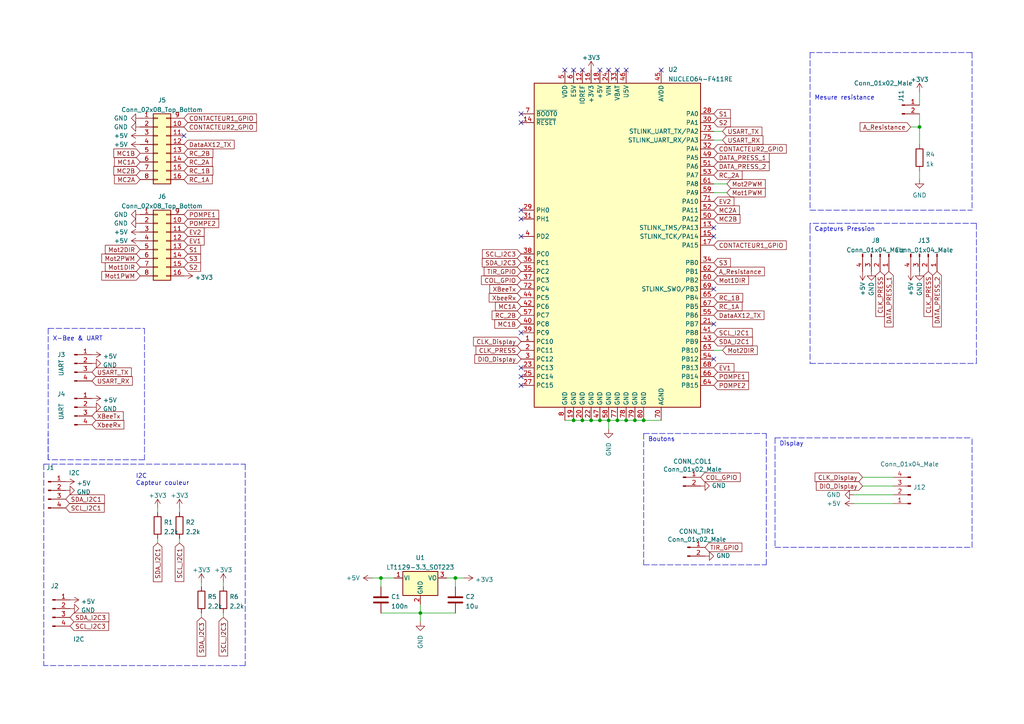
<source format=kicad_sch>
(kicad_sch (version 20211123) (generator eeschema)

  (uuid e63e39d7-6ac0-4ffd-8aa3-1841a4541b55)

  (paper "A4")

  (lib_symbols
    (symbol "Connector:Conn_01x02_Male" (pin_names (offset 1.016) hide) (in_bom yes) (on_board yes)
      (property "Reference" "J" (id 0) (at 0 2.54 0)
        (effects (font (size 1.27 1.27)))
      )
      (property "Value" "Conn_01x02_Male" (id 1) (at 0 -5.08 0)
        (effects (font (size 1.27 1.27)))
      )
      (property "Footprint" "" (id 2) (at 0 0 0)
        (effects (font (size 1.27 1.27)) hide)
      )
      (property "Datasheet" "~" (id 3) (at 0 0 0)
        (effects (font (size 1.27 1.27)) hide)
      )
      (property "ki_keywords" "connector" (id 4) (at 0 0 0)
        (effects (font (size 1.27 1.27)) hide)
      )
      (property "ki_description" "Generic connector, single row, 01x02, script generated (kicad-library-utils/schlib/autogen/connector/)" (id 5) (at 0 0 0)
        (effects (font (size 1.27 1.27)) hide)
      )
      (property "ki_fp_filters" "Connector*:*_1x??_*" (id 6) (at 0 0 0)
        (effects (font (size 1.27 1.27)) hide)
      )
      (symbol "Conn_01x02_Male_1_1"
        (polyline
          (pts
            (xy 1.27 -2.54)
            (xy 0.8636 -2.54)
          )
          (stroke (width 0.1524) (type default) (color 0 0 0 0))
          (fill (type none))
        )
        (polyline
          (pts
            (xy 1.27 0)
            (xy 0.8636 0)
          )
          (stroke (width 0.1524) (type default) (color 0 0 0 0))
          (fill (type none))
        )
        (rectangle (start 0.8636 -2.413) (end 0 -2.667)
          (stroke (width 0.1524) (type default) (color 0 0 0 0))
          (fill (type outline))
        )
        (rectangle (start 0.8636 0.127) (end 0 -0.127)
          (stroke (width 0.1524) (type default) (color 0 0 0 0))
          (fill (type outline))
        )
        (pin passive line (at 5.08 0 180) (length 3.81)
          (name "Pin_1" (effects (font (size 1.27 1.27))))
          (number "1" (effects (font (size 1.27 1.27))))
        )
        (pin passive line (at 5.08 -2.54 180) (length 3.81)
          (name "Pin_2" (effects (font (size 1.27 1.27))))
          (number "2" (effects (font (size 1.27 1.27))))
        )
      )
    )
    (symbol "Connector:Conn_01x04_Male" (pin_names (offset 1.016) hide) (in_bom yes) (on_board yes)
      (property "Reference" "J" (id 0) (at 0 5.08 0)
        (effects (font (size 1.27 1.27)))
      )
      (property "Value" "Conn_01x04_Male" (id 1) (at 0 -7.62 0)
        (effects (font (size 1.27 1.27)))
      )
      (property "Footprint" "" (id 2) (at 0 0 0)
        (effects (font (size 1.27 1.27)) hide)
      )
      (property "Datasheet" "~" (id 3) (at 0 0 0)
        (effects (font (size 1.27 1.27)) hide)
      )
      (property "ki_keywords" "connector" (id 4) (at 0 0 0)
        (effects (font (size 1.27 1.27)) hide)
      )
      (property "ki_description" "Generic connector, single row, 01x04, script generated (kicad-library-utils/schlib/autogen/connector/)" (id 5) (at 0 0 0)
        (effects (font (size 1.27 1.27)) hide)
      )
      (property "ki_fp_filters" "Connector*:*_1x??_*" (id 6) (at 0 0 0)
        (effects (font (size 1.27 1.27)) hide)
      )
      (symbol "Conn_01x04_Male_1_1"
        (polyline
          (pts
            (xy 1.27 -5.08)
            (xy 0.8636 -5.08)
          )
          (stroke (width 0.1524) (type default) (color 0 0 0 0))
          (fill (type none))
        )
        (polyline
          (pts
            (xy 1.27 -2.54)
            (xy 0.8636 -2.54)
          )
          (stroke (width 0.1524) (type default) (color 0 0 0 0))
          (fill (type none))
        )
        (polyline
          (pts
            (xy 1.27 0)
            (xy 0.8636 0)
          )
          (stroke (width 0.1524) (type default) (color 0 0 0 0))
          (fill (type none))
        )
        (polyline
          (pts
            (xy 1.27 2.54)
            (xy 0.8636 2.54)
          )
          (stroke (width 0.1524) (type default) (color 0 0 0 0))
          (fill (type none))
        )
        (rectangle (start 0.8636 -4.953) (end 0 -5.207)
          (stroke (width 0.1524) (type default) (color 0 0 0 0))
          (fill (type outline))
        )
        (rectangle (start 0.8636 -2.413) (end 0 -2.667)
          (stroke (width 0.1524) (type default) (color 0 0 0 0))
          (fill (type outline))
        )
        (rectangle (start 0.8636 0.127) (end 0 -0.127)
          (stroke (width 0.1524) (type default) (color 0 0 0 0))
          (fill (type outline))
        )
        (rectangle (start 0.8636 2.667) (end 0 2.413)
          (stroke (width 0.1524) (type default) (color 0 0 0 0))
          (fill (type outline))
        )
        (pin passive line (at 5.08 2.54 180) (length 3.81)
          (name "Pin_1" (effects (font (size 1.27 1.27))))
          (number "1" (effects (font (size 1.27 1.27))))
        )
        (pin passive line (at 5.08 0 180) (length 3.81)
          (name "Pin_2" (effects (font (size 1.27 1.27))))
          (number "2" (effects (font (size 1.27 1.27))))
        )
        (pin passive line (at 5.08 -2.54 180) (length 3.81)
          (name "Pin_3" (effects (font (size 1.27 1.27))))
          (number "3" (effects (font (size 1.27 1.27))))
        )
        (pin passive line (at 5.08 -5.08 180) (length 3.81)
          (name "Pin_4" (effects (font (size 1.27 1.27))))
          (number "4" (effects (font (size 1.27 1.27))))
        )
      )
    )
    (symbol "Connector_Generic:Conn_02x08_Top_Bottom" (pin_names (offset 1.016) hide) (in_bom yes) (on_board yes)
      (property "Reference" "J" (id 0) (at 1.27 10.16 0)
        (effects (font (size 1.27 1.27)))
      )
      (property "Value" "Conn_02x08_Top_Bottom" (id 1) (at 1.27 -12.7 0)
        (effects (font (size 1.27 1.27)))
      )
      (property "Footprint" "" (id 2) (at 0 0 0)
        (effects (font (size 1.27 1.27)) hide)
      )
      (property "Datasheet" "~" (id 3) (at 0 0 0)
        (effects (font (size 1.27 1.27)) hide)
      )
      (property "ki_keywords" "connector" (id 4) (at 0 0 0)
        (effects (font (size 1.27 1.27)) hide)
      )
      (property "ki_description" "Generic connector, double row, 02x08, top/bottom pin numbering scheme (row 1: 1...pins_per_row, row2: pins_per_row+1 ... num_pins), script generated (kicad-library-utils/schlib/autogen/connector/)" (id 5) (at 0 0 0)
        (effects (font (size 1.27 1.27)) hide)
      )
      (property "ki_fp_filters" "Connector*:*_2x??_*" (id 6) (at 0 0 0)
        (effects (font (size 1.27 1.27)) hide)
      )
      (symbol "Conn_02x08_Top_Bottom_1_1"
        (rectangle (start -1.27 -10.033) (end 0 -10.287)
          (stroke (width 0.1524) (type default) (color 0 0 0 0))
          (fill (type none))
        )
        (rectangle (start -1.27 -7.493) (end 0 -7.747)
          (stroke (width 0.1524) (type default) (color 0 0 0 0))
          (fill (type none))
        )
        (rectangle (start -1.27 -4.953) (end 0 -5.207)
          (stroke (width 0.1524) (type default) (color 0 0 0 0))
          (fill (type none))
        )
        (rectangle (start -1.27 -2.413) (end 0 -2.667)
          (stroke (width 0.1524) (type default) (color 0 0 0 0))
          (fill (type none))
        )
        (rectangle (start -1.27 0.127) (end 0 -0.127)
          (stroke (width 0.1524) (type default) (color 0 0 0 0))
          (fill (type none))
        )
        (rectangle (start -1.27 2.667) (end 0 2.413)
          (stroke (width 0.1524) (type default) (color 0 0 0 0))
          (fill (type none))
        )
        (rectangle (start -1.27 5.207) (end 0 4.953)
          (stroke (width 0.1524) (type default) (color 0 0 0 0))
          (fill (type none))
        )
        (rectangle (start -1.27 7.747) (end 0 7.493)
          (stroke (width 0.1524) (type default) (color 0 0 0 0))
          (fill (type none))
        )
        (rectangle (start -1.27 8.89) (end 3.81 -11.43)
          (stroke (width 0.254) (type default) (color 0 0 0 0))
          (fill (type background))
        )
        (rectangle (start 3.81 -10.033) (end 2.54 -10.287)
          (stroke (width 0.1524) (type default) (color 0 0 0 0))
          (fill (type none))
        )
        (rectangle (start 3.81 -7.493) (end 2.54 -7.747)
          (stroke (width 0.1524) (type default) (color 0 0 0 0))
          (fill (type none))
        )
        (rectangle (start 3.81 -4.953) (end 2.54 -5.207)
          (stroke (width 0.1524) (type default) (color 0 0 0 0))
          (fill (type none))
        )
        (rectangle (start 3.81 -2.413) (end 2.54 -2.667)
          (stroke (width 0.1524) (type default) (color 0 0 0 0))
          (fill (type none))
        )
        (rectangle (start 3.81 0.127) (end 2.54 -0.127)
          (stroke (width 0.1524) (type default) (color 0 0 0 0))
          (fill (type none))
        )
        (rectangle (start 3.81 2.667) (end 2.54 2.413)
          (stroke (width 0.1524) (type default) (color 0 0 0 0))
          (fill (type none))
        )
        (rectangle (start 3.81 5.207) (end 2.54 4.953)
          (stroke (width 0.1524) (type default) (color 0 0 0 0))
          (fill (type none))
        )
        (rectangle (start 3.81 7.747) (end 2.54 7.493)
          (stroke (width 0.1524) (type default) (color 0 0 0 0))
          (fill (type none))
        )
        (pin passive line (at -5.08 7.62 0) (length 3.81)
          (name "Pin_1" (effects (font (size 1.27 1.27))))
          (number "1" (effects (font (size 1.27 1.27))))
        )
        (pin passive line (at 7.62 5.08 180) (length 3.81)
          (name "Pin_10" (effects (font (size 1.27 1.27))))
          (number "10" (effects (font (size 1.27 1.27))))
        )
        (pin passive line (at 7.62 2.54 180) (length 3.81)
          (name "Pin_11" (effects (font (size 1.27 1.27))))
          (number "11" (effects (font (size 1.27 1.27))))
        )
        (pin passive line (at 7.62 0 180) (length 3.81)
          (name "Pin_12" (effects (font (size 1.27 1.27))))
          (number "12" (effects (font (size 1.27 1.27))))
        )
        (pin passive line (at 7.62 -2.54 180) (length 3.81)
          (name "Pin_13" (effects (font (size 1.27 1.27))))
          (number "13" (effects (font (size 1.27 1.27))))
        )
        (pin passive line (at 7.62 -5.08 180) (length 3.81)
          (name "Pin_14" (effects (font (size 1.27 1.27))))
          (number "14" (effects (font (size 1.27 1.27))))
        )
        (pin passive line (at 7.62 -7.62 180) (length 3.81)
          (name "Pin_15" (effects (font (size 1.27 1.27))))
          (number "15" (effects (font (size 1.27 1.27))))
        )
        (pin passive line (at 7.62 -10.16 180) (length 3.81)
          (name "Pin_16" (effects (font (size 1.27 1.27))))
          (number "16" (effects (font (size 1.27 1.27))))
        )
        (pin passive line (at -5.08 5.08 0) (length 3.81)
          (name "Pin_2" (effects (font (size 1.27 1.27))))
          (number "2" (effects (font (size 1.27 1.27))))
        )
        (pin passive line (at -5.08 2.54 0) (length 3.81)
          (name "Pin_3" (effects (font (size 1.27 1.27))))
          (number "3" (effects (font (size 1.27 1.27))))
        )
        (pin passive line (at -5.08 0 0) (length 3.81)
          (name "Pin_4" (effects (font (size 1.27 1.27))))
          (number "4" (effects (font (size 1.27 1.27))))
        )
        (pin passive line (at -5.08 -2.54 0) (length 3.81)
          (name "Pin_5" (effects (font (size 1.27 1.27))))
          (number "5" (effects (font (size 1.27 1.27))))
        )
        (pin passive line (at -5.08 -5.08 0) (length 3.81)
          (name "Pin_6" (effects (font (size 1.27 1.27))))
          (number "6" (effects (font (size 1.27 1.27))))
        )
        (pin passive line (at -5.08 -7.62 0) (length 3.81)
          (name "Pin_7" (effects (font (size 1.27 1.27))))
          (number "7" (effects (font (size 1.27 1.27))))
        )
        (pin passive line (at -5.08 -10.16 0) (length 3.81)
          (name "Pin_8" (effects (font (size 1.27 1.27))))
          (number "8" (effects (font (size 1.27 1.27))))
        )
        (pin passive line (at 7.62 7.62 180) (length 3.81)
          (name "Pin_9" (effects (font (size 1.27 1.27))))
          (number "9" (effects (font (size 1.27 1.27))))
        )
      )
    )
    (symbol "Device:C" (pin_numbers hide) (pin_names (offset 0.254)) (in_bom yes) (on_board yes)
      (property "Reference" "C" (id 0) (at 0.635 2.54 0)
        (effects (font (size 1.27 1.27)) (justify left))
      )
      (property "Value" "C" (id 1) (at 0.635 -2.54 0)
        (effects (font (size 1.27 1.27)) (justify left))
      )
      (property "Footprint" "" (id 2) (at 0.9652 -3.81 0)
        (effects (font (size 1.27 1.27)) hide)
      )
      (property "Datasheet" "~" (id 3) (at 0 0 0)
        (effects (font (size 1.27 1.27)) hide)
      )
      (property "ki_keywords" "cap capacitor" (id 4) (at 0 0 0)
        (effects (font (size 1.27 1.27)) hide)
      )
      (property "ki_description" "Unpolarized capacitor" (id 5) (at 0 0 0)
        (effects (font (size 1.27 1.27)) hide)
      )
      (property "ki_fp_filters" "C_*" (id 6) (at 0 0 0)
        (effects (font (size 1.27 1.27)) hide)
      )
      (symbol "C_0_1"
        (polyline
          (pts
            (xy -2.032 -0.762)
            (xy 2.032 -0.762)
          )
          (stroke (width 0.508) (type default) (color 0 0 0 0))
          (fill (type none))
        )
        (polyline
          (pts
            (xy -2.032 0.762)
            (xy 2.032 0.762)
          )
          (stroke (width 0.508) (type default) (color 0 0 0 0))
          (fill (type none))
        )
      )
      (symbol "C_1_1"
        (pin passive line (at 0 3.81 270) (length 2.794)
          (name "~" (effects (font (size 1.27 1.27))))
          (number "1" (effects (font (size 1.27 1.27))))
        )
        (pin passive line (at 0 -3.81 90) (length 2.794)
          (name "~" (effects (font (size 1.27 1.27))))
          (number "2" (effects (font (size 1.27 1.27))))
        )
      )
    )
    (symbol "Device:R" (pin_numbers hide) (pin_names (offset 0)) (in_bom yes) (on_board yes)
      (property "Reference" "R" (id 0) (at 2.032 0 90)
        (effects (font (size 1.27 1.27)))
      )
      (property "Value" "R" (id 1) (at 0 0 90)
        (effects (font (size 1.27 1.27)))
      )
      (property "Footprint" "" (id 2) (at -1.778 0 90)
        (effects (font (size 1.27 1.27)) hide)
      )
      (property "Datasheet" "~" (id 3) (at 0 0 0)
        (effects (font (size 1.27 1.27)) hide)
      )
      (property "ki_keywords" "R res resistor" (id 4) (at 0 0 0)
        (effects (font (size 1.27 1.27)) hide)
      )
      (property "ki_description" "Resistor" (id 5) (at 0 0 0)
        (effects (font (size 1.27 1.27)) hide)
      )
      (property "ki_fp_filters" "R_*" (id 6) (at 0 0 0)
        (effects (font (size 1.27 1.27)) hide)
      )
      (symbol "R_0_1"
        (rectangle (start -1.016 -2.54) (end 1.016 2.54)
          (stroke (width 0.254) (type default) (color 0 0 0 0))
          (fill (type none))
        )
      )
      (symbol "R_1_1"
        (pin passive line (at 0 3.81 270) (length 1.27)
          (name "~" (effects (font (size 1.27 1.27))))
          (number "1" (effects (font (size 1.27 1.27))))
        )
        (pin passive line (at 0 -3.81 90) (length 1.27)
          (name "~" (effects (font (size 1.27 1.27))))
          (number "2" (effects (font (size 1.27 1.27))))
        )
      )
    )
    (symbol "MCU_Module:NUCLEO64-F411RE" (in_bom yes) (on_board yes)
      (property "Reference" "U" (id 0) (at -17.78 50.165 0)
        (effects (font (size 1.27 1.27)) (justify right))
      )
      (property "Value" "NUCLEO64-F411RE" (id 1) (at -17.78 48.26 0)
        (effects (font (size 1.27 1.27)) (justify right))
      )
      (property "Footprint" "Module:ST_Morpho_Connector_144_STLink" (id 2) (at 13.97 -48.26 0)
        (effects (font (size 1.27 1.27)) (justify left) hide)
      )
      (property "Datasheet" "http://www.st.com/st-web-ui/static/active/en/resource/technical/document/data_brief/DM00105918.pdf" (id 3) (at -22.86 -35.56 0)
        (effects (font (size 1.27 1.27)) hide)
      )
      (property "ki_keywords" "STM32 Nucleo ST" (id 4) (at 0 0 0)
        (effects (font (size 1.27 1.27)) hide)
      )
      (property "ki_description" "Nucleo 64 Development Board with STM32F411RET6 MCU, 128kB RAM, 512KB FLASH" (id 5) (at 0 0 0)
        (effects (font (size 1.27 1.27)) hide)
      )
      (property "ki_fp_filters" "ST*Morpho*Connector*144*STLink*" (id 6) (at 0 0 0)
        (effects (font (size 1.27 1.27)) hide)
      )
      (symbol "NUCLEO64-F411RE_0_1"
        (rectangle (start -24.13 -46.99) (end 24.13 46.99)
          (stroke (width 0.254) (type default) (color 0 0 0 0))
          (fill (type background))
        )
      )
      (symbol "NUCLEO64-F411RE_1_1"
        (pin bidirectional line (at -27.94 -27.94 0) (length 3.81)
          (name "PC10" (effects (font (size 1.27 1.27))))
          (number "1" (effects (font (size 1.27 1.27))))
        )
        (pin no_connect line (at -27.94 20.32 0) (length 3.81) hide
          (name "NC" (effects (font (size 1.27 1.27))))
          (number "10" (effects (font (size 1.27 1.27))))
        )
        (pin no_connect line (at -27.94 15.24 0) (length 3.81) hide
          (name "NC" (effects (font (size 1.27 1.27))))
          (number "11" (effects (font (size 1.27 1.27))))
        )
        (pin power_in line (at -10.16 50.8 270) (length 3.81)
          (name "IOREF" (effects (font (size 1.27 1.27))))
          (number "12" (effects (font (size 1.27 1.27))))
        )
        (pin bidirectional line (at 27.94 5.08 180) (length 3.81)
          (name "STLINK_TMS/PA13" (effects (font (size 1.27 1.27))))
          (number "13" (effects (font (size 1.27 1.27))))
        )
        (pin input line (at -27.94 35.56 0) (length 3.81)
          (name "~{RESET}" (effects (font (size 1.27 1.27))))
          (number "14" (effects (font (size 1.27 1.27))))
        )
        (pin bidirectional line (at 27.94 2.54 180) (length 3.81)
          (name "STLINK_TCK/PA14" (effects (font (size 1.27 1.27))))
          (number "15" (effects (font (size 1.27 1.27))))
        )
        (pin power_in line (at -7.62 50.8 270) (length 3.81)
          (name "+3V3" (effects (font (size 1.27 1.27))))
          (number "16" (effects (font (size 1.27 1.27))))
        )
        (pin bidirectional line (at 27.94 0 180) (length 3.81)
          (name "PA15" (effects (font (size 1.27 1.27))))
          (number "17" (effects (font (size 1.27 1.27))))
        )
        (pin power_in line (at -5.08 50.8 270) (length 3.81)
          (name "+5V" (effects (font (size 1.27 1.27))))
          (number "18" (effects (font (size 1.27 1.27))))
        )
        (pin power_in line (at -12.7 -50.8 90) (length 3.81)
          (name "GND" (effects (font (size 1.27 1.27))))
          (number "19" (effects (font (size 1.27 1.27))))
        )
        (pin bidirectional line (at -27.94 -30.48 0) (length 3.81)
          (name "PC11" (effects (font (size 1.27 1.27))))
          (number "2" (effects (font (size 1.27 1.27))))
        )
        (pin power_in line (at -10.16 -50.8 90) (length 3.81)
          (name "GND" (effects (font (size 1.27 1.27))))
          (number "20" (effects (font (size 1.27 1.27))))
        )
        (pin bidirectional line (at 27.94 -22.86 180) (length 3.81)
          (name "PB7" (effects (font (size 1.27 1.27))))
          (number "21" (effects (font (size 1.27 1.27))))
        )
        (pin power_in line (at -7.62 -50.8 90) (length 3.81)
          (name "GND" (effects (font (size 1.27 1.27))))
          (number "22" (effects (font (size 1.27 1.27))))
        )
        (pin bidirectional line (at -27.94 -35.56 0) (length 3.81)
          (name "PC13" (effects (font (size 1.27 1.27))))
          (number "23" (effects (font (size 1.27 1.27))))
        )
        (pin power_in line (at -2.54 50.8 270) (length 3.81)
          (name "VIN" (effects (font (size 1.27 1.27))))
          (number "24" (effects (font (size 1.27 1.27))))
        )
        (pin bidirectional line (at -27.94 -38.1 0) (length 3.81)
          (name "PC14" (effects (font (size 1.27 1.27))))
          (number "25" (effects (font (size 1.27 1.27))))
        )
        (pin no_connect line (at -27.94 22.86 0) (length 3.81) hide
          (name "NC" (effects (font (size 1.27 1.27))))
          (number "26" (effects (font (size 1.27 1.27))))
        )
        (pin bidirectional line (at -27.94 -40.64 0) (length 3.81)
          (name "PC15" (effects (font (size 1.27 1.27))))
          (number "27" (effects (font (size 1.27 1.27))))
        )
        (pin bidirectional line (at 27.94 38.1 180) (length 3.81)
          (name "PA0" (effects (font (size 1.27 1.27))))
          (number "28" (effects (font (size 1.27 1.27))))
        )
        (pin bidirectional line (at -27.94 10.16 0) (length 3.81)
          (name "PH0" (effects (font (size 1.27 1.27))))
          (number "29" (effects (font (size 1.27 1.27))))
        )
        (pin bidirectional line (at -27.94 -33.02 0) (length 3.81)
          (name "PC12" (effects (font (size 1.27 1.27))))
          (number "3" (effects (font (size 1.27 1.27))))
        )
        (pin bidirectional line (at 27.94 35.56 180) (length 3.81)
          (name "PA1" (effects (font (size 1.27 1.27))))
          (number "30" (effects (font (size 1.27 1.27))))
        )
        (pin bidirectional line (at -27.94 7.62 0) (length 3.81)
          (name "PH1" (effects (font (size 1.27 1.27))))
          (number "31" (effects (font (size 1.27 1.27))))
        )
        (pin bidirectional line (at 27.94 27.94 180) (length 3.81)
          (name "PA4" (effects (font (size 1.27 1.27))))
          (number "32" (effects (font (size 1.27 1.27))))
        )
        (pin power_in line (at 0 50.8 270) (length 3.81)
          (name "VBAT" (effects (font (size 1.27 1.27))))
          (number "33" (effects (font (size 1.27 1.27))))
        )
        (pin bidirectional line (at 27.94 -5.08 180) (length 3.81)
          (name "PB0" (effects (font (size 1.27 1.27))))
          (number "34" (effects (font (size 1.27 1.27))))
        )
        (pin bidirectional line (at -27.94 -7.62 0) (length 3.81)
          (name "PC2" (effects (font (size 1.27 1.27))))
          (number "35" (effects (font (size 1.27 1.27))))
        )
        (pin bidirectional line (at -27.94 -5.08 0) (length 3.81)
          (name "PC1" (effects (font (size 1.27 1.27))))
          (number "36" (effects (font (size 1.27 1.27))))
        )
        (pin bidirectional line (at -27.94 -10.16 0) (length 3.81)
          (name "PC3" (effects (font (size 1.27 1.27))))
          (number "37" (effects (font (size 1.27 1.27))))
        )
        (pin bidirectional line (at -27.94 -2.54 0) (length 3.81)
          (name "PC0" (effects (font (size 1.27 1.27))))
          (number "38" (effects (font (size 1.27 1.27))))
        )
        (pin bidirectional line (at -27.94 -25.4 0) (length 3.81)
          (name "PC9" (effects (font (size 1.27 1.27))))
          (number "39" (effects (font (size 1.27 1.27))))
        )
        (pin bidirectional line (at -27.94 2.54 0) (length 3.81)
          (name "PD2" (effects (font (size 1.27 1.27))))
          (number "4" (effects (font (size 1.27 1.27))))
        )
        (pin bidirectional line (at -27.94 -22.86 0) (length 3.81)
          (name "PC8" (effects (font (size 1.27 1.27))))
          (number "40" (effects (font (size 1.27 1.27))))
        )
        (pin bidirectional line (at 27.94 -25.4 180) (length 3.81)
          (name "PB8" (effects (font (size 1.27 1.27))))
          (number "41" (effects (font (size 1.27 1.27))))
        )
        (pin bidirectional line (at -27.94 -17.78 0) (length 3.81)
          (name "PC6" (effects (font (size 1.27 1.27))))
          (number "42" (effects (font (size 1.27 1.27))))
        )
        (pin bidirectional line (at 27.94 -27.94 180) (length 3.81)
          (name "PB9" (effects (font (size 1.27 1.27))))
          (number "43" (effects (font (size 1.27 1.27))))
        )
        (pin bidirectional line (at -27.94 -15.24 0) (length 3.81)
          (name "PC5" (effects (font (size 1.27 1.27))))
          (number "44" (effects (font (size 1.27 1.27))))
        )
        (pin power_in line (at 12.7 50.8 270) (length 3.81)
          (name "AVDD" (effects (font (size 1.27 1.27))))
          (number "45" (effects (font (size 1.27 1.27))))
        )
        (pin power_in line (at 2.54 50.8 270) (length 3.81)
          (name "U5V" (effects (font (size 1.27 1.27))))
          (number "46" (effects (font (size 1.27 1.27))))
        )
        (pin power_in line (at -5.08 -50.8 90) (length 3.81)
          (name "GND" (effects (font (size 1.27 1.27))))
          (number "47" (effects (font (size 1.27 1.27))))
        )
        (pin no_connect line (at -27.94 25.4 0) (length 3.81) hide
          (name "NC" (effects (font (size 1.27 1.27))))
          (number "48" (effects (font (size 1.27 1.27))))
        )
        (pin bidirectional line (at 27.94 25.4 180) (length 3.81)
          (name "PA5" (effects (font (size 1.27 1.27))))
          (number "49" (effects (font (size 1.27 1.27))))
        )
        (pin power_in line (at -15.24 50.8 270) (length 3.81)
          (name "VDD" (effects (font (size 1.27 1.27))))
          (number "5" (effects (font (size 1.27 1.27))))
        )
        (pin bidirectional line (at 27.94 7.62 180) (length 3.81)
          (name "PA12" (effects (font (size 1.27 1.27))))
          (number "50" (effects (font (size 1.27 1.27))))
        )
        (pin bidirectional line (at 27.94 22.86 180) (length 3.81)
          (name "PA6" (effects (font (size 1.27 1.27))))
          (number "51" (effects (font (size 1.27 1.27))))
        )
        (pin bidirectional line (at 27.94 10.16 180) (length 3.81)
          (name "PA11" (effects (font (size 1.27 1.27))))
          (number "52" (effects (font (size 1.27 1.27))))
        )
        (pin bidirectional line (at 27.94 20.32 180) (length 3.81)
          (name "PA7" (effects (font (size 1.27 1.27))))
          (number "53" (effects (font (size 1.27 1.27))))
        )
        (pin bidirectional line (at 27.94 -33.02 180) (length 3.81)
          (name "PB12" (effects (font (size 1.27 1.27))))
          (number "54" (effects (font (size 1.27 1.27))))
        )
        (pin bidirectional line (at 27.94 -20.32 180) (length 3.81)
          (name "PB6" (effects (font (size 1.27 1.27))))
          (number "55" (effects (font (size 1.27 1.27))))
        )
        (pin no_connect line (at -27.94 33.02 0) (length 3.81) hide
          (name "NC" (effects (font (size 1.27 1.27))))
          (number "56" (effects (font (size 1.27 1.27))))
        )
        (pin bidirectional line (at -27.94 -20.32 0) (length 3.81)
          (name "PC7" (effects (font (size 1.27 1.27))))
          (number "57" (effects (font (size 1.27 1.27))))
        )
        (pin power_in line (at -2.54 -50.8 90) (length 3.81)
          (name "GND" (effects (font (size 1.27 1.27))))
          (number "58" (effects (font (size 1.27 1.27))))
        )
        (pin bidirectional line (at 27.94 15.24 180) (length 3.81)
          (name "PA9" (effects (font (size 1.27 1.27))))
          (number "59" (effects (font (size 1.27 1.27))))
        )
        (pin power_in line (at -12.7 50.8 270) (length 3.81)
          (name "E5V" (effects (font (size 1.27 1.27))))
          (number "6" (effects (font (size 1.27 1.27))))
        )
        (pin bidirectional line (at 27.94 -10.16 180) (length 3.81)
          (name "PB2" (effects (font (size 1.27 1.27))))
          (number "60" (effects (font (size 1.27 1.27))))
        )
        (pin bidirectional line (at 27.94 17.78 180) (length 3.81)
          (name "PA8" (effects (font (size 1.27 1.27))))
          (number "61" (effects (font (size 1.27 1.27))))
        )
        (pin bidirectional line (at 27.94 -7.62 180) (length 3.81)
          (name "PB1" (effects (font (size 1.27 1.27))))
          (number "62" (effects (font (size 1.27 1.27))))
        )
        (pin bidirectional line (at 27.94 -30.48 180) (length 3.81)
          (name "PB10" (effects (font (size 1.27 1.27))))
          (number "63" (effects (font (size 1.27 1.27))))
        )
        (pin bidirectional line (at 27.94 -40.64 180) (length 3.81)
          (name "PB15" (effects (font (size 1.27 1.27))))
          (number "64" (effects (font (size 1.27 1.27))))
        )
        (pin bidirectional line (at 27.94 -15.24 180) (length 3.81)
          (name "PB4" (effects (font (size 1.27 1.27))))
          (number "65" (effects (font (size 1.27 1.27))))
        )
        (pin bidirectional line (at 27.94 -38.1 180) (length 3.81)
          (name "PB14" (effects (font (size 1.27 1.27))))
          (number "66" (effects (font (size 1.27 1.27))))
        )
        (pin bidirectional line (at 27.94 -17.78 180) (length 3.81)
          (name "PB5" (effects (font (size 1.27 1.27))))
          (number "67" (effects (font (size 1.27 1.27))))
        )
        (pin bidirectional line (at 27.94 -35.56 180) (length 3.81)
          (name "PB13" (effects (font (size 1.27 1.27))))
          (number "68" (effects (font (size 1.27 1.27))))
        )
        (pin bidirectional line (at 27.94 -12.7 180) (length 3.81)
          (name "STLINK_SWO/PB3" (effects (font (size 1.27 1.27))))
          (number "69" (effects (font (size 1.27 1.27))))
        )
        (pin input line (at -27.94 38.1 0) (length 3.81)
          (name "~{BOOT0}" (effects (font (size 1.27 1.27))))
          (number "7" (effects (font (size 1.27 1.27))))
        )
        (pin power_in line (at 12.7 -50.8 90) (length 3.81)
          (name "AGND" (effects (font (size 1.27 1.27))))
          (number "70" (effects (font (size 1.27 1.27))))
        )
        (pin bidirectional line (at 27.94 12.7 180) (length 3.81)
          (name "PA10" (effects (font (size 1.27 1.27))))
          (number "71" (effects (font (size 1.27 1.27))))
        )
        (pin bidirectional line (at -27.94 -12.7 0) (length 3.81)
          (name "PC4" (effects (font (size 1.27 1.27))))
          (number "72" (effects (font (size 1.27 1.27))))
        )
        (pin bidirectional line (at 27.94 33.02 180) (length 3.81)
          (name "STLINK_UART_TX/PA2" (effects (font (size 1.27 1.27))))
          (number "73" (effects (font (size 1.27 1.27))))
        )
        (pin no_connect line (at -27.94 30.48 0) (length 3.81) hide
          (name "NC" (effects (font (size 1.27 1.27))))
          (number "74" (effects (font (size 1.27 1.27))))
        )
        (pin bidirectional line (at 27.94 30.48 180) (length 3.81)
          (name "STLINK_UART_RX/PA3" (effects (font (size 1.27 1.27))))
          (number "75" (effects (font (size 1.27 1.27))))
        )
        (pin no_connect line (at -27.94 27.94 0) (length 3.81) hide
          (name "NC" (effects (font (size 1.27 1.27))))
          (number "76" (effects (font (size 1.27 1.27))))
        )
        (pin power_in line (at 0 -50.8 90) (length 3.81)
          (name "GND" (effects (font (size 1.27 1.27))))
          (number "77" (effects (font (size 1.27 1.27))))
        )
        (pin power_in line (at 2.54 -50.8 90) (length 3.81)
          (name "GND" (effects (font (size 1.27 1.27))))
          (number "78" (effects (font (size 1.27 1.27))))
        )
        (pin power_in line (at 5.08 -50.8 90) (length 3.81)
          (name "GND" (effects (font (size 1.27 1.27))))
          (number "79" (effects (font (size 1.27 1.27))))
        )
        (pin power_in line (at -15.24 -50.8 90) (length 3.81)
          (name "GND" (effects (font (size 1.27 1.27))))
          (number "8" (effects (font (size 1.27 1.27))))
        )
        (pin power_in line (at 7.62 -50.8 90) (length 3.81)
          (name "GND" (effects (font (size 1.27 1.27))))
          (number "80" (effects (font (size 1.27 1.27))))
        )
        (pin no_connect line (at -27.94 17.78 0) (length 3.81) hide
          (name "NC" (effects (font (size 1.27 1.27))))
          (number "9" (effects (font (size 1.27 1.27))))
        )
      )
    )
    (symbol "Regulator_Linear:LT1129-3.3_SOT223" (pin_names (offset 0.254)) (in_bom yes) (on_board yes)
      (property "Reference" "U" (id 0) (at -3.81 3.175 0)
        (effects (font (size 1.27 1.27)))
      )
      (property "Value" "LT1129-3.3_SOT223" (id 1) (at 0 3.175 0)
        (effects (font (size 1.27 1.27)) (justify left))
      )
      (property "Footprint" "Package_TO_SOT_SMD:SOT-223-3_TabPin2" (id 2) (at 0 5.715 0)
        (effects (font (size 1.27 1.27) italic) hide)
      )
      (property "Datasheet" "https://www.analog.com/media/en/technical-documentation/data-sheets/112935ff.pdf" (id 3) (at 0 -1.27 0)
        (effects (font (size 1.27 1.27)) hide)
      )
      (property "ki_keywords" "REGULATOR LDO fixed positive" (id 4) (at 0 0 0)
        (effects (font (size 1.27 1.27)) hide)
      )
      (property "ki_description" "700mA Micropower Low drop-out regulator, Fixed Output 3.3V, SOT-223" (id 5) (at 0 0 0)
        (effects (font (size 1.27 1.27)) hide)
      )
      (property "ki_fp_filters" "SOT?223*" (id 6) (at 0 0 0)
        (effects (font (size 1.27 1.27)) hide)
      )
      (symbol "LT1129-3.3_SOT223_0_1"
        (rectangle (start -5.08 -5.08) (end 5.08 1.905)
          (stroke (width 0.254) (type default) (color 0 0 0 0))
          (fill (type background))
        )
      )
      (symbol "LT1129-3.3_SOT223_1_1"
        (pin power_in line (at -7.62 0 0) (length 2.54)
          (name "VI" (effects (font (size 1.27 1.27))))
          (number "1" (effects (font (size 1.27 1.27))))
        )
        (pin power_in line (at 0 -7.62 90) (length 2.54)
          (name "GND" (effects (font (size 1.27 1.27))))
          (number "2" (effects (font (size 1.27 1.27))))
        )
        (pin power_out line (at 7.62 0 180) (length 2.54)
          (name "VO" (effects (font (size 1.27 1.27))))
          (number "3" (effects (font (size 1.27 1.27))))
        )
      )
    )
    (symbol "power:+3.3V" (power) (pin_names (offset 0)) (in_bom yes) (on_board yes)
      (property "Reference" "#PWR" (id 0) (at 0 -3.81 0)
        (effects (font (size 1.27 1.27)) hide)
      )
      (property "Value" "+3.3V" (id 1) (at 0 3.556 0)
        (effects (font (size 1.27 1.27)))
      )
      (property "Footprint" "" (id 2) (at 0 0 0)
        (effects (font (size 1.27 1.27)) hide)
      )
      (property "Datasheet" "" (id 3) (at 0 0 0)
        (effects (font (size 1.27 1.27)) hide)
      )
      (property "ki_keywords" "power-flag" (id 4) (at 0 0 0)
        (effects (font (size 1.27 1.27)) hide)
      )
      (property "ki_description" "Power symbol creates a global label with name \"+3.3V\"" (id 5) (at 0 0 0)
        (effects (font (size 1.27 1.27)) hide)
      )
      (symbol "+3.3V_0_1"
        (polyline
          (pts
            (xy -0.762 1.27)
            (xy 0 2.54)
          )
          (stroke (width 0) (type default) (color 0 0 0 0))
          (fill (type none))
        )
        (polyline
          (pts
            (xy 0 0)
            (xy 0 2.54)
          )
          (stroke (width 0) (type default) (color 0 0 0 0))
          (fill (type none))
        )
        (polyline
          (pts
            (xy 0 2.54)
            (xy 0.762 1.27)
          )
          (stroke (width 0) (type default) (color 0 0 0 0))
          (fill (type none))
        )
      )
      (symbol "+3.3V_1_1"
        (pin power_in line (at 0 0 90) (length 0) hide
          (name "+3V3" (effects (font (size 1.27 1.27))))
          (number "1" (effects (font (size 1.27 1.27))))
        )
      )
    )
    (symbol "power:+5V" (power) (pin_names (offset 0)) (in_bom yes) (on_board yes)
      (property "Reference" "#PWR" (id 0) (at 0 -3.81 0)
        (effects (font (size 1.27 1.27)) hide)
      )
      (property "Value" "+5V" (id 1) (at 0 3.556 0)
        (effects (font (size 1.27 1.27)))
      )
      (property "Footprint" "" (id 2) (at 0 0 0)
        (effects (font (size 1.27 1.27)) hide)
      )
      (property "Datasheet" "" (id 3) (at 0 0 0)
        (effects (font (size 1.27 1.27)) hide)
      )
      (property "ki_keywords" "power-flag" (id 4) (at 0 0 0)
        (effects (font (size 1.27 1.27)) hide)
      )
      (property "ki_description" "Power symbol creates a global label with name \"+5V\"" (id 5) (at 0 0 0)
        (effects (font (size 1.27 1.27)) hide)
      )
      (symbol "+5V_0_1"
        (polyline
          (pts
            (xy -0.762 1.27)
            (xy 0 2.54)
          )
          (stroke (width 0) (type default) (color 0 0 0 0))
          (fill (type none))
        )
        (polyline
          (pts
            (xy 0 0)
            (xy 0 2.54)
          )
          (stroke (width 0) (type default) (color 0 0 0 0))
          (fill (type none))
        )
        (polyline
          (pts
            (xy 0 2.54)
            (xy 0.762 1.27)
          )
          (stroke (width 0) (type default) (color 0 0 0 0))
          (fill (type none))
        )
      )
      (symbol "+5V_1_1"
        (pin power_in line (at 0 0 90) (length 0) hide
          (name "+5V" (effects (font (size 1.27 1.27))))
          (number "1" (effects (font (size 1.27 1.27))))
        )
      )
    )
    (symbol "power:GND" (power) (pin_names (offset 0)) (in_bom yes) (on_board yes)
      (property "Reference" "#PWR" (id 0) (at 0 -6.35 0)
        (effects (font (size 1.27 1.27)) hide)
      )
      (property "Value" "GND" (id 1) (at 0 -3.81 0)
        (effects (font (size 1.27 1.27)))
      )
      (property "Footprint" "" (id 2) (at 0 0 0)
        (effects (font (size 1.27 1.27)) hide)
      )
      (property "Datasheet" "" (id 3) (at 0 0 0)
        (effects (font (size 1.27 1.27)) hide)
      )
      (property "ki_keywords" "power-flag" (id 4) (at 0 0 0)
        (effects (font (size 1.27 1.27)) hide)
      )
      (property "ki_description" "Power symbol creates a global label with name \"GND\" , ground" (id 5) (at 0 0 0)
        (effects (font (size 1.27 1.27)) hide)
      )
      (symbol "GND_0_1"
        (polyline
          (pts
            (xy 0 0)
            (xy 0 -1.27)
            (xy 1.27 -1.27)
            (xy 0 -2.54)
            (xy -1.27 -1.27)
            (xy 0 -1.27)
          )
          (stroke (width 0) (type default) (color 0 0 0 0))
          (fill (type none))
        )
      )
      (symbol "GND_1_1"
        (pin power_in line (at 0 0 270) (length 0) hide
          (name "GND" (effects (font (size 1.27 1.27))))
          (number "1" (effects (font (size 1.27 1.27))))
        )
      )
    )
  )

  (junction (at 121.92 177.8) (diameter 0) (color 0 0 0 0)
    (uuid 1ffc6868-1e01-432c-8b57-db1c57535ba0)
  )
  (junction (at 186.69 121.92) (diameter 0) (color 0 0 0 0)
    (uuid 330d0d25-8706-460c-afda-9c5f9a04b8f0)
  )
  (junction (at 179.07 121.92) (diameter 0) (color 0 0 0 0)
    (uuid 3f37a4e4-e1a5-4fce-b992-e051ad48fa71)
  )
  (junction (at 110.49 167.64) (diameter 0) (color 0 0 0 0)
    (uuid 4950f33e-3456-4d32-b90c-5ad4bc8d246b)
  )
  (junction (at 132.08 167.64) (diameter 0) (color 0 0 0 0)
    (uuid 6349a0ff-6106-4139-aac3-6807fbd79d3c)
  )
  (junction (at 266.7 36.83) (diameter 0) (color 0 0 0 0)
    (uuid 6ba33c8f-b3cf-4741-a3a9-805123ca7af1)
  )
  (junction (at 181.61 121.92) (diameter 0) (color 0 0 0 0)
    (uuid 6bb65a39-527e-4daa-9a4e-15b5afcfef49)
  )
  (junction (at 173.99 121.92) (diameter 0) (color 0 0 0 0)
    (uuid 7363a322-b079-4442-8803-5d284f9d7208)
  )
  (junction (at 168.91 121.92) (diameter 0) (color 0 0 0 0)
    (uuid d39cbcb1-4e3a-4760-9e81-fa5470fad3d6)
  )
  (junction (at 166.37 121.92) (diameter 0) (color 0 0 0 0)
    (uuid dd959092-8821-4609-a48c-1b14678b7110)
  )
  (junction (at 184.15 121.92) (diameter 0) (color 0 0 0 0)
    (uuid f48887e8-1dd9-4979-bb53-f187b9aa0103)
  )
  (junction (at 176.53 121.92) (diameter 0) (color 0 0 0 0)
    (uuid f9205d92-0aa0-4019-8e31-f1209dab7510)
  )
  (junction (at 171.45 121.92) (diameter 0) (color 0 0 0 0)
    (uuid f9f69ed9-df11-4ad7-b85d-ba9aeab9784b)
  )

  (no_connect (at 53.34 39.37) (uuid 375af374-fa6e-4711-8d03-ec67edc8e3b5))
  (no_connect (at 191.77 20.32) (uuid e3d36c5e-5130-4cc1-9017-1117b12c9b14))
  (no_connect (at 181.61 20.32) (uuid e3d36c5e-5130-4cc1-9017-1117b12c9b15))
  (no_connect (at 179.07 20.32) (uuid e3d36c5e-5130-4cc1-9017-1117b12c9b16))
  (no_connect (at 176.53 20.32) (uuid e3d36c5e-5130-4cc1-9017-1117b12c9b17))
  (no_connect (at 173.99 20.32) (uuid e3d36c5e-5130-4cc1-9017-1117b12c9b18))
  (no_connect (at 168.91 20.32) (uuid e3d36c5e-5130-4cc1-9017-1117b12c9b19))
  (no_connect (at 166.37 20.32) (uuid e3d36c5e-5130-4cc1-9017-1117b12c9b1a))
  (no_connect (at 163.83 20.32) (uuid e3d36c5e-5130-4cc1-9017-1117b12c9b1b))
  (no_connect (at 151.13 33.02) (uuid e3d36c5e-5130-4cc1-9017-1117b12c9b1c))
  (no_connect (at 151.13 35.56) (uuid e3d36c5e-5130-4cc1-9017-1117b12c9b1d))
  (no_connect (at 151.13 68.58) (uuid e3d36c5e-5130-4cc1-9017-1117b12c9b1e))
  (no_connect (at 151.13 63.5) (uuid e3d36c5e-5130-4cc1-9017-1117b12c9b1f))
  (no_connect (at 151.13 60.96) (uuid e3d36c5e-5130-4cc1-9017-1117b12c9b20))
  (no_connect (at 207.01 68.58) (uuid e3d36c5e-5130-4cc1-9017-1117b12c9b21))
  (no_connect (at 207.01 66.04) (uuid e3d36c5e-5130-4cc1-9017-1117b12c9b22))
  (no_connect (at 207.01 83.82) (uuid e3d36c5e-5130-4cc1-9017-1117b12c9b23))
  (no_connect (at 207.01 93.98) (uuid e3d36c5e-5130-4cc1-9017-1117b12c9b24))
  (no_connect (at 207.01 104.14) (uuid e3d36c5e-5130-4cc1-9017-1117b12c9b25))
  (no_connect (at 151.13 111.76) (uuid e3d36c5e-5130-4cc1-9017-1117b12c9b26))
  (no_connect (at 151.13 109.22) (uuid e3d36c5e-5130-4cc1-9017-1117b12c9b27))
  (no_connect (at 151.13 106.68) (uuid e3d36c5e-5130-4cc1-9017-1117b12c9b28))
  (no_connect (at 151.13 96.52) (uuid e3d36c5e-5130-4cc1-9017-1117b12c9b29))

  (wire (pts (xy 110.49 177.8) (xy 121.92 177.8))
    (stroke (width 0) (type default) (color 0 0 0 0))
    (uuid 06d87913-1a51-46b2-beb9-a88531195e46)
  )
  (wire (pts (xy 121.92 177.8) (xy 121.92 180.34))
    (stroke (width 0) (type default) (color 0 0 0 0))
    (uuid 09405542-ff5d-4f1a-9c89-bcb024a8cb5a)
  )
  (wire (pts (xy 45.72 156.21) (xy 45.72 157.48))
    (stroke (width 0) (type default) (color 0 0 0 0))
    (uuid 0d80d9db-bfb3-4b8d-a888-93eb6319082a)
  )
  (wire (pts (xy 132.08 167.64) (xy 134.62 167.64))
    (stroke (width 0) (type default) (color 0 0 0 0))
    (uuid 19bd1ed7-df46-4247-8565-04fccbeae023)
  )
  (wire (pts (xy 250.19 138.43) (xy 259.08 138.43))
    (stroke (width 0) (type default) (color 0 0 0 0))
    (uuid 1b2e0913-3630-4c70-ba82-bba0d6fbd9a3)
  )
  (polyline (pts (xy 283.21 64.77) (xy 234.95 64.77))
    (stroke (width 0) (type default) (color 0 0 0 0))
    (uuid 1ba95d2e-ce16-4101-b9a3-e9ec939e7b75)
  )

  (wire (pts (xy 52.07 147.32) (xy 52.07 148.59))
    (stroke (width 0) (type default) (color 0 0 0 0))
    (uuid 1c2f33f7-51b9-4a92-ad3c-e66765d70171)
  )
  (wire (pts (xy 186.69 121.92) (xy 191.77 121.92))
    (stroke (width 0) (type default) (color 0 0 0 0))
    (uuid 232a185c-a820-4cf8-9ac9-090528b234d8)
  )
  (polyline (pts (xy 281.94 15.24) (xy 281.94 60.96))
    (stroke (width 0) (type default) (color 0 0 0 0))
    (uuid 2add54df-7d6c-49bc-94cf-dbc78e771a8b)
  )
  (polyline (pts (xy 13.97 133.35) (xy 13.97 125.73))
    (stroke (width 0) (type default) (color 0 0 0 0))
    (uuid 2d2a79ae-0743-45b5-9f8c-ce4a8223ed94)
  )

  (wire (pts (xy 166.37 121.92) (xy 168.91 121.92))
    (stroke (width 0) (type default) (color 0 0 0 0))
    (uuid 2e319627-c7c7-405b-9f14-7edb82d85f00)
  )
  (polyline (pts (xy 281.94 15.24) (xy 234.95 15.24))
    (stroke (width 0) (type default) (color 0 0 0 0))
    (uuid 36f20b93-54e9-4c00-b897-42b40e9d3805)
  )

  (wire (pts (xy 209.55 40.64) (xy 207.01 40.64))
    (stroke (width 0) (type default) (color 0 0 0 0))
    (uuid 385ad49b-07c0-495c-88b4-6320f1673b8e)
  )
  (polyline (pts (xy 234.95 15.24) (xy 234.95 60.96))
    (stroke (width 0) (type default) (color 0 0 0 0))
    (uuid 3bd59f41-b77f-4f19-9f4a-3f6abe90ff50)
  )
  (polyline (pts (xy 283.21 105.41) (xy 283.21 64.77))
    (stroke (width 0) (type default) (color 0 0 0 0))
    (uuid 3d98b1c8-f52d-47d8-bf56-12f34eaa58a6)
  )

  (wire (pts (xy 163.83 121.92) (xy 166.37 121.92))
    (stroke (width 0) (type default) (color 0 0 0 0))
    (uuid 3f0eabca-4c37-463c-8e21-7e5e15f3836a)
  )
  (wire (pts (xy 129.54 167.64) (xy 132.08 167.64))
    (stroke (width 0) (type default) (color 0 0 0 0))
    (uuid 40880479-85f8-43c6-9ee9-d524ccb62932)
  )
  (wire (pts (xy 52.07 156.21) (xy 52.07 157.48))
    (stroke (width 0) (type default) (color 0 0 0 0))
    (uuid 40cf539c-68c6-4b54-b1ba-ef14236de388)
  )
  (polyline (pts (xy 186.69 125.73) (xy 222.25 125.73))
    (stroke (width 0) (type default) (color 0 0 0 0))
    (uuid 431935e6-e29a-4c44-82f7-513d86290540)
  )

  (wire (pts (xy 64.77 168.91) (xy 64.77 170.18))
    (stroke (width 0) (type default) (color 0 0 0 0))
    (uuid 4fd9ddb5-8471-4b25-b22f-a7062eb3a7c2)
  )
  (wire (pts (xy 107.95 167.64) (xy 110.49 167.64))
    (stroke (width 0) (type default) (color 0 0 0 0))
    (uuid 504a2213-d74e-448f-9ede-edd2b76e13f4)
  )
  (wire (pts (xy 121.92 175.26) (xy 121.92 177.8))
    (stroke (width 0) (type default) (color 0 0 0 0))
    (uuid 53c5ec4f-a32e-48c7-a5cf-aeeb6a913004)
  )
  (polyline (pts (xy 12.7 134.62) (xy 12.7 193.04))
    (stroke (width 0) (type default) (color 0 0 0 0))
    (uuid 57947a75-5c7d-4f96-95ee-48e466b9bd93)
  )

  (wire (pts (xy 209.55 38.1) (xy 207.01 38.1))
    (stroke (width 0) (type default) (color 0 0 0 0))
    (uuid 57d00a5a-f5a3-4e63-ae23-396f0fa3be78)
  )
  (wire (pts (xy 266.7 33.02) (xy 266.7 36.83))
    (stroke (width 0) (type default) (color 0 0 0 0))
    (uuid 5e313539-121d-4f2d-8a9d-591eaf18c491)
  )
  (wire (pts (xy 266.7 36.83) (xy 266.7 41.91))
    (stroke (width 0) (type default) (color 0 0 0 0))
    (uuid 61cb7143-6b92-494c-921e-b4fed67b199b)
  )
  (polyline (pts (xy 12.7 134.62) (xy 71.12 134.62))
    (stroke (width 0) (type default) (color 0 0 0 0))
    (uuid 657e2ef0-6e63-4b98-af2a-79a1a678a881)
  )

  (wire (pts (xy 184.15 121.92) (xy 186.69 121.92))
    (stroke (width 0) (type default) (color 0 0 0 0))
    (uuid 658a1928-7d4e-4159-b71a-5e765dce9408)
  )
  (polyline (pts (xy 71.12 193.04) (xy 12.7 193.04))
    (stroke (width 0) (type default) (color 0 0 0 0))
    (uuid 65a21f4a-5930-4369-a65b-ff4d4af4af23)
  )

  (wire (pts (xy 247.65 146.05) (xy 259.08 146.05))
    (stroke (width 0) (type default) (color 0 0 0 0))
    (uuid 6defff29-4d63-47d2-9680-cf0a07f6b737)
  )
  (wire (pts (xy 247.65 143.51) (xy 259.08 143.51))
    (stroke (width 0) (type default) (color 0 0 0 0))
    (uuid 790ecae9-94a8-49ba-a188-186be96f1649)
  )
  (wire (pts (xy 209.55 101.6) (xy 207.01 101.6))
    (stroke (width 0) (type default) (color 0 0 0 0))
    (uuid 7a9c9571-9fec-421c-8be7-038366f3e421)
  )
  (wire (pts (xy 176.53 121.92) (xy 176.53 124.46))
    (stroke (width 0) (type default) (color 0 0 0 0))
    (uuid 7ffd1625-4d8a-4324-8cf1-ba3d09f373fd)
  )
  (wire (pts (xy 110.49 167.64) (xy 110.49 170.18))
    (stroke (width 0) (type default) (color 0 0 0 0))
    (uuid 8054d2b4-3585-419f-84cb-bbcf0c22e550)
  )
  (wire (pts (xy 264.16 36.83) (xy 266.7 36.83))
    (stroke (width 0) (type default) (color 0 0 0 0))
    (uuid 84dcb24b-e454-4d7e-8565-8c68dd98d0b4)
  )
  (wire (pts (xy 171.45 121.92) (xy 173.99 121.92))
    (stroke (width 0) (type default) (color 0 0 0 0))
    (uuid 88381dd5-aab4-4aca-a9c1-0c346c89d719)
  )
  (polyline (pts (xy 222.25 163.83) (xy 222.25 125.73))
    (stroke (width 0) (type default) (color 0 0 0 0))
    (uuid 8be51fb6-6f28-40bc-84f1-db499d411964)
  )
  (polyline (pts (xy 186.69 163.83) (xy 222.25 163.83))
    (stroke (width 0) (type default) (color 0 0 0 0))
    (uuid 9407d334-8496-4f8b-83ef-e5329f47c04c)
  )

  (wire (pts (xy 168.91 121.92) (xy 171.45 121.92))
    (stroke (width 0) (type default) (color 0 0 0 0))
    (uuid 9810992b-581c-41a1-a40f-4a3bfe40a857)
  )
  (polyline (pts (xy 71.12 134.62) (xy 71.12 193.04))
    (stroke (width 0) (type default) (color 0 0 0 0))
    (uuid a01c8d92-4bf5-4c57-8ebd-db748781b05d)
  )

  (wire (pts (xy 121.92 177.8) (xy 132.08 177.8))
    (stroke (width 0) (type default) (color 0 0 0 0))
    (uuid a02d32a0-37be-49da-b0f4-65c94a125fdf)
  )
  (polyline (pts (xy 234.95 64.77) (xy 234.95 66.04))
    (stroke (width 0) (type default) (color 0 0 0 0))
    (uuid a0acbda0-0cc4-4da9-9fe0-384056e72b6a)
  )

  (wire (pts (xy 132.08 167.64) (xy 132.08 170.18))
    (stroke (width 0) (type default) (color 0 0 0 0))
    (uuid a24fcfb3-6718-4408-8aec-4aef21f00fb6)
  )
  (polyline (pts (xy 281.94 158.75) (xy 281.94 127))
    (stroke (width 0) (type default) (color 0 0 0 0))
    (uuid a264606a-0320-44e3-aaca-c2f25808904e)
  )

  (wire (pts (xy 181.61 121.92) (xy 184.15 121.92))
    (stroke (width 0) (type default) (color 0 0 0 0))
    (uuid b084f4d0-c1d3-4f49-b307-34e324f90012)
  )
  (wire (pts (xy 58.42 177.8) (xy 58.42 179.07))
    (stroke (width 0) (type default) (color 0 0 0 0))
    (uuid b20cf871-4b72-45ad-bf2f-2d9ef2400514)
  )
  (polyline (pts (xy 41.91 95.25) (xy 41.91 133.35))
    (stroke (width 0) (type default) (color 0 0 0 0))
    (uuid b37c0e9b-4a79-453b-9592-fa61a73fb7bc)
  )

  (wire (pts (xy 64.77 177.8) (xy 64.77 179.07))
    (stroke (width 0) (type default) (color 0 0 0 0))
    (uuid b5c57a1c-34c7-4901-99bc-095451436aeb)
  )
  (polyline (pts (xy 41.91 133.35) (xy 13.97 133.35))
    (stroke (width 0) (type default) (color 0 0 0 0))
    (uuid b6ac9adb-2a31-44ce-8482-e5b6c012c266)
  )

  (wire (pts (xy 179.07 121.92) (xy 181.61 121.92))
    (stroke (width 0) (type default) (color 0 0 0 0))
    (uuid bc5857bf-1877-4856-ae9b-786896fd5081)
  )
  (polyline (pts (xy 224.79 127) (xy 224.79 158.75))
    (stroke (width 0) (type default) (color 0 0 0 0))
    (uuid bd13160c-dd59-4cfb-b2d8-9498ae27e666)
  )

  (wire (pts (xy 176.53 121.92) (xy 179.07 121.92))
    (stroke (width 0) (type default) (color 0 0 0 0))
    (uuid bf63640a-87c9-48ce-95e1-3418735b3c16)
  )
  (wire (pts (xy 173.99 121.92) (xy 176.53 121.92))
    (stroke (width 0) (type default) (color 0 0 0 0))
    (uuid ca59f5a1-8331-47e9-8af2-d6f91a8623ac)
  )
  (polyline (pts (xy 186.69 125.73) (xy 186.69 163.83))
    (stroke (width 0) (type default) (color 0 0 0 0))
    (uuid cdc1d8f5-ccb8-4bed-9113-223432f861f3)
  )
  (polyline (pts (xy 13.97 95.25) (xy 41.91 95.25))
    (stroke (width 0) (type default) (color 0 0 0 0))
    (uuid d0794423-c6ba-436d-a87c-07594d635b99)
  )

  (wire (pts (xy 45.72 147.32) (xy 45.72 148.59))
    (stroke (width 0) (type default) (color 0 0 0 0))
    (uuid d1525671-4583-4b59-bcf3-e499b3cef787)
  )
  (wire (pts (xy 207.01 55.88) (xy 210.82 55.88))
    (stroke (width 0) (type default) (color 0 0 0 0))
    (uuid d77f7113-6112-4663-b468-3fcbcdd7b410)
  )
  (polyline (pts (xy 13.97 95.25) (xy 13.97 133.35))
    (stroke (width 0) (type default) (color 0 0 0 0))
    (uuid da6574a4-bf6a-4953-8eef-55932ceae80f)
  )
  (polyline (pts (xy 234.95 105.41) (xy 283.21 105.41))
    (stroke (width 0) (type default) (color 0 0 0 0))
    (uuid dbbbf48c-0703-4e02-9a74-df85ba112778)
  )

  (wire (pts (xy 266.7 26.67) (xy 266.7 30.48))
    (stroke (width 0) (type default) (color 0 0 0 0))
    (uuid dd6cb7bd-4a03-41d3-af0e-4ed7ce62ea17)
  )
  (wire (pts (xy 110.49 167.64) (xy 114.3 167.64))
    (stroke (width 0) (type default) (color 0 0 0 0))
    (uuid e2d33e33-ffde-459c-8de8-58d962b5259d)
  )
  (wire (pts (xy 250.19 140.97) (xy 259.08 140.97))
    (stroke (width 0) (type default) (color 0 0 0 0))
    (uuid e2f637cc-2b30-4100-b4b8-98342a4e4438)
  )
  (polyline (pts (xy 224.79 127) (xy 281.94 127))
    (stroke (width 0) (type default) (color 0 0 0 0))
    (uuid e4054217-e309-45fa-a181-a214441318ba)
  )
  (polyline (pts (xy 224.79 158.75) (xy 281.94 158.75))
    (stroke (width 0) (type default) (color 0 0 0 0))
    (uuid e5e8bf58-ffd9-4b97-89e4-24aa24cad851)
  )
  (polyline (pts (xy 234.95 66.04) (xy 234.95 105.41))
    (stroke (width 0) (type default) (color 0 0 0 0))
    (uuid ee2ff96f-6df3-4623-ac43-d7d57463d78b)
  )

  (wire (pts (xy 266.7 49.53) (xy 266.7 52.07))
    (stroke (width 0) (type default) (color 0 0 0 0))
    (uuid f14b58fb-f854-4097-b665-45447bb74aa7)
  )
  (wire (pts (xy 58.42 168.91) (xy 58.42 170.18))
    (stroke (width 0) (type default) (color 0 0 0 0))
    (uuid f39dcb3e-b062-4f82-95c0-8f520883daba)
  )
  (polyline (pts (xy 234.95 60.96) (xy 281.94 60.96))
    (stroke (width 0) (type default) (color 0 0 0 0))
    (uuid f67a8b3c-eaa0-4982-a89e-336d9c94af27)
  )

  (wire (pts (xy 207.01 53.34) (xy 210.82 53.34))
    (stroke (width 0) (type default) (color 0 0 0 0))
    (uuid fe0846ea-985f-4b84-a21e-0c42f757efa5)
  )

  (text "Display" (at 226.06 129.54 0)
    (effects (font (size 1.27 1.27)) (justify left bottom))
    (uuid 189d135b-8f40-4a1d-8ffe-9e99f826c039)
  )
  (text "Mesure resistance" (at 236.22 29.21 0)
    (effects (font (size 1.27 1.27)) (justify left bottom))
    (uuid 2f248397-a098-4ce5-ab06-31dc2f3d6b95)
  )
  (text "Capteurs Pression" (at 236.22 67.31 0)
    (effects (font (size 1.27 1.27)) (justify left bottom))
    (uuid 98c11184-83d9-4df2-987d-076c3345b092)
  )
  (text "X-Bee & UART" (at 15.24 99.06 0)
    (effects (font (size 1.27 1.27)) (justify left bottom))
    (uuid b09e53e5-2902-4a31-a7a9-dbfbe54fd1af)
  )
  (text "Boutons" (at 187.96 128.27 0)
    (effects (font (size 1.27 1.27)) (justify left bottom))
    (uuid f2125dca-f121-425a-93da-2416bcaa83f3)
  )
  (text "I2C\nCapteur couleur\n" (at 39.37 140.97 0)
    (effects (font (size 1.27 1.27)) (justify left bottom))
    (uuid ff1266ab-f0d5-447b-8fab-868b98f0e18d)
  )

  (global_label "SCL_I2C3" (shape input) (at 20.32 181.61 0) (fields_autoplaced)
    (effects (font (size 1.27 1.27)) (justify left))
    (uuid 03b5cbbf-f490-410b-9c3b-faa48a642fc0)
    (property "Intersheet References" "${INTERSHEET_REFS}" (id 0) (at 31.5021 181.5306 0)
      (effects (font (size 1.27 1.27)) (justify left) hide)
    )
  )
  (global_label "COL_GPIO" (shape input) (at 151.13 81.28 180) (fields_autoplaced)
    (effects (font (size 1.27 1.27)) (justify right))
    (uuid 0aa6cf95-36db-4ecd-af2f-00ad8119e16b)
    (property "Intersheet References" "${INTERSHEET_REFS}" (id 0) (at 172.72 149.86 0)
      (effects (font (size 1.27 1.27)) hide)
    )
  )
  (global_label "USART_RX" (shape input) (at 26.67 110.49 0) (fields_autoplaced)
    (effects (font (size 1.27 1.27)) (justify left))
    (uuid 0ab64f26-ba50-4760-81d2-724dea3fff35)
    (property "Intersheet References" "${INTERSHEET_REFS}" (id 0) (at 38.3964 110.4106 0)
      (effects (font (size 1.27 1.27)) (justify left) hide)
    )
  )
  (global_label "SCL_I2C1" (shape input) (at 19.05 147.32 0) (fields_autoplaced)
    (effects (font (size 1.27 1.27)) (justify left))
    (uuid 11303187-390d-48c3-9e6a-faaa3880ddf2)
    (property "Intersheet References" "${INTERSHEET_REFS}" (id 0) (at 30.2321 147.2406 0)
      (effects (font (size 1.27 1.27)) (justify left) hide)
    )
  )
  (global_label "Mot2DIR" (shape input) (at 209.55 101.6 0) (fields_autoplaced)
    (effects (font (size 1.27 1.27)) (justify left))
    (uuid 12be2fbc-47fc-49f3-ab61-0b3af3f7d5d2)
    (property "Intersheet References" "${INTERSHEET_REFS}" (id 0) (at 219.6436 101.6794 0)
      (effects (font (size 1.27 1.27)) (justify left) hide)
    )
  )
  (global_label "MC2A" (shape input) (at 207.01 60.96 0) (fields_autoplaced)
    (effects (font (size 1.27 1.27)) (justify left))
    (uuid 15c0963c-4315-4bb4-896c-06c916ad1a04)
    (property "Intersheet References" "${INTERSHEET_REFS}" (id 0) (at 214.4426 61.0394 0)
      (effects (font (size 1.27 1.27)) (justify left) hide)
    )
  )
  (global_label "DIO_Display" (shape input) (at 250.19 140.97 180) (fields_autoplaced)
    (effects (font (size 1.27 1.27)) (justify right))
    (uuid 1699840e-ac3d-4987-a737-55c0bb77bd86)
    (property "Intersheet References" "${INTERSHEET_REFS}" (id 0) (at 236.7702 140.8906 0)
      (effects (font (size 1.27 1.27)) (justify right) hide)
    )
  )
  (global_label "MC2B" (shape input) (at 40.64 49.53 180) (fields_autoplaced)
    (effects (font (size 1.27 1.27)) (justify right))
    (uuid 18f8a2da-7ed7-4bac-8332-2a8ae7b3253e)
    (property "Intersheet References" "${INTERSHEET_REFS}" (id 0) (at 33.0259 49.4506 0)
      (effects (font (size 1.27 1.27)) (justify right) hide)
    )
  )
  (global_label "SDA_I2C1" (shape input) (at 19.05 144.78 0) (fields_autoplaced)
    (effects (font (size 1.27 1.27)) (justify left))
    (uuid 23d0a987-a002-4669-965d-6d07ad4f3095)
    (property "Intersheet References" "${INTERSHEET_REFS}" (id 0) (at 30.2926 144.7006 0)
      (effects (font (size 1.27 1.27)) (justify left) hide)
    )
  )
  (global_label "SDA_I2C3" (shape input) (at 151.13 76.2 180) (fields_autoplaced)
    (effects (font (size 1.27 1.27)) (justify right))
    (uuid 274d866f-68a3-4ac8-9d34-ef78ded90706)
    (property "Intersheet References" "${INTERSHEET_REFS}" (id 0) (at 139.8874 76.1206 0)
      (effects (font (size 1.27 1.27)) (justify right) hide)
    )
  )
  (global_label "XBeeTx" (shape input) (at 151.13 83.82 180) (fields_autoplaced)
    (effects (font (size 1.27 1.27)) (justify right))
    (uuid 296e7c8a-9290-454d-a84b-1dd89d7cb717)
    (property "Intersheet References" "${INTERSHEET_REFS}" (id 0) (at 142.0645 83.8994 0)
      (effects (font (size 1.27 1.27)) (justify right) hide)
    )
  )
  (global_label "USART_RX" (shape input) (at 209.55 40.64 0) (fields_autoplaced)
    (effects (font (size 1.27 1.27)) (justify left))
    (uuid 2a32e6ec-11bd-47fe-b057-18e5e24f5fd0)
    (property "Intersheet References" "${INTERSHEET_REFS}" (id 0) (at 221.2764 40.5606 0)
      (effects (font (size 1.27 1.27)) (justify left) hide)
    )
  )
  (global_label "A_Resistance" (shape input) (at 264.16 36.83 180) (fields_autoplaced)
    (effects (font (size 1.27 1.27)) (justify right))
    (uuid 2db5051e-70d0-4b49-bf70-4ca404df9e70)
    (property "Intersheet References" "${INTERSHEET_REFS}" (id 0) (at 249.4702 36.7506 0)
      (effects (font (size 1.27 1.27)) (justify right) hide)
    )
  )
  (global_label "SDA_I2C1" (shape input) (at 207.01 99.06 0) (fields_autoplaced)
    (effects (font (size 1.27 1.27)) (justify left))
    (uuid 2f727bd8-b177-4bc1-a67e-f6430f6b9d9e)
    (property "Intersheet References" "${INTERSHEET_REFS}" (id 0) (at 218.2526 98.9806 0)
      (effects (font (size 1.27 1.27)) (justify left) hide)
    )
  )
  (global_label "CLK_PRESS" (shape input) (at 269.24 78.74 270) (fields_autoplaced)
    (effects (font (size 1.27 1.27)) (justify right))
    (uuid 32cd8faa-7a58-4590-9bd1-7e374361d86d)
    (property "Intersheet References" "${INTERSHEET_REFS}" (id 0) (at 269.1606 91.7969 90)
      (effects (font (size 1.27 1.27)) (justify right) hide)
    )
  )
  (global_label "CLK_Display" (shape input) (at 151.13 99.06 180) (fields_autoplaced)
    (effects (font (size 1.27 1.27)) (justify right))
    (uuid 336a1c52-c799-4bfd-abcb-a36ab10d6a19)
    (property "Intersheet References" "${INTERSHEET_REFS}" (id 0) (at 137.3474 98.9806 0)
      (effects (font (size 1.27 1.27)) (justify right) hide)
    )
  )
  (global_label "S1" (shape input) (at 207.01 33.02 0) (fields_autoplaced)
    (effects (font (size 1.27 1.27)) (justify left))
    (uuid 37f447cd-3a10-44a4-9ae8-9c1387688b84)
    (property "Intersheet References" "${INTERSHEET_REFS}" (id 0) (at 211.8421 32.9406 0)
      (effects (font (size 1.27 1.27)) (justify left) hide)
    )
  )
  (global_label "EV2" (shape input) (at 207.01 58.42 0) (fields_autoplaced)
    (effects (font (size 1.27 1.27)) (justify left))
    (uuid 3e1d7bb2-5bf0-42f3-87c3-1d27d5ff2fe0)
    (property "Intersheet References" "${INTERSHEET_REFS}" (id 0) (at 212.8702 58.4994 0)
      (effects (font (size 1.27 1.27)) (justify left) hide)
    )
  )
  (global_label "MC1A" (shape input) (at 40.64 46.99 180) (fields_autoplaced)
    (effects (font (size 1.27 1.27)) (justify right))
    (uuid 3edcad3e-2cc9-4ebb-91c0-3d755d27bb64)
    (property "Intersheet References" "${INTERSHEET_REFS}" (id 0) (at 33.2074 46.9106 0)
      (effects (font (size 1.27 1.27)) (justify right) hide)
    )
  )
  (global_label "S3" (shape input) (at 53.34 74.93 0) (fields_autoplaced)
    (effects (font (size 1.27 1.27)) (justify left))
    (uuid 502a5cdd-2092-431f-a1ee-b00fbbc86ee0)
    (property "Intersheet References" "${INTERSHEET_REFS}" (id 0) (at 58.1721 74.8506 0)
      (effects (font (size 1.27 1.27)) (justify left) hide)
    )
  )
  (global_label "SCL_I2C1" (shape input) (at 52.07 157.48 270) (fields_autoplaced)
    (effects (font (size 1.27 1.27)) (justify right))
    (uuid 5065bdff-0201-446a-9022-978b38f53a5b)
    (property "Intersheet References" "${INTERSHEET_REFS}" (id 0) (at 51.9906 168.6621 90)
      (effects (font (size 1.27 1.27)) (justify right) hide)
    )
  )
  (global_label "SDA_I2C3" (shape input) (at 20.32 179.07 0) (fields_autoplaced)
    (effects (font (size 1.27 1.27)) (justify left))
    (uuid 5811a28a-30e4-4b63-a440-b096b8c9369a)
    (property "Intersheet References" "${INTERSHEET_REFS}" (id 0) (at 31.5626 178.9906 0)
      (effects (font (size 1.27 1.27)) (justify left) hide)
    )
  )
  (global_label "S1" (shape input) (at 53.34 72.39 0) (fields_autoplaced)
    (effects (font (size 1.27 1.27)) (justify left))
    (uuid 5c76080f-078a-4956-899e-634b5d500646)
    (property "Intersheet References" "${INTERSHEET_REFS}" (id 0) (at 58.1721 72.3106 0)
      (effects (font (size 1.27 1.27)) (justify left) hide)
    )
  )
  (global_label "SCL_I2C3" (shape input) (at 64.77 179.07 270) (fields_autoplaced)
    (effects (font (size 1.27 1.27)) (justify right))
    (uuid 5d8d3a3e-66dd-4f28-bc86-6b9cf71c6b96)
    (property "Intersheet References" "${INTERSHEET_REFS}" (id 0) (at 64.6906 190.2521 90)
      (effects (font (size 1.27 1.27)) (justify right) hide)
    )
  )
  (global_label "USART_TX" (shape input) (at 209.55 38.1 0) (fields_autoplaced)
    (effects (font (size 1.27 1.27)) (justify left))
    (uuid 5f45e79b-3888-457b-8cde-a4faae901060)
    (property "Intersheet References" "${INTERSHEET_REFS}" (id 0) (at 220.9741 38.0206 0)
      (effects (font (size 1.27 1.27)) (justify left) hide)
    )
  )
  (global_label "DATA_PRESS_1" (shape input) (at 207.01 45.72 0) (fields_autoplaced)
    (effects (font (size 1.27 1.27)) (justify left))
    (uuid 607048e5-4926-4909-901c-299127d2f892)
    (property "Intersheet References" "${INTERSHEET_REFS}" (id 0) (at 223.0907 45.7994 0)
      (effects (font (size 1.27 1.27)) (justify left) hide)
    )
  )
  (global_label "RC_1A" (shape input) (at 53.34 52.07 0) (fields_autoplaced)
    (effects (font (size 1.27 1.27)) (justify left))
    (uuid 6311fa89-f2c3-471d-89ca-fc68d06fda86)
    (property "Intersheet References" "${INTERSHEET_REFS}" (id 0) (at 61.5588 52.1494 0)
      (effects (font (size 1.27 1.27)) (justify left) hide)
    )
  )
  (global_label "MC1B" (shape input) (at 40.64 44.45 180) (fields_autoplaced)
    (effects (font (size 1.27 1.27)) (justify right))
    (uuid 63f77ea1-58b9-4f99-bc93-156044f36e27)
    (property "Intersheet References" "${INTERSHEET_REFS}" (id 0) (at 33.0259 44.3706 0)
      (effects (font (size 1.27 1.27)) (justify right) hide)
    )
  )
  (global_label "SCL_I2C3" (shape input) (at 151.13 73.66 180) (fields_autoplaced)
    (effects (font (size 1.27 1.27)) (justify right))
    (uuid 65a0df95-a14b-432f-bd9a-cc2783238afd)
    (property "Intersheet References" "${INTERSHEET_REFS}" (id 0) (at 139.9479 73.5806 0)
      (effects (font (size 1.27 1.27)) (justify right) hide)
    )
  )
  (global_label "CONTACTEUR1_GPIO" (shape input) (at 53.34 34.29 0) (fields_autoplaced)
    (effects (font (size 1.27 1.27)) (justify left))
    (uuid 67420c1f-986a-4f2f-ad37-f721724ab3dc)
    (property "Intersheet References" "${INTERSHEET_REFS}" (id 0) (at 74.3798 34.2106 0)
      (effects (font (size 1.27 1.27)) (justify left) hide)
    )
  )
  (global_label "RC_2A" (shape input) (at 53.34 46.99 0) (fields_autoplaced)
    (effects (font (size 1.27 1.27)) (justify left))
    (uuid 675cfd52-5475-47a6-a0c7-1cae1db745cd)
    (property "Intersheet References" "${INTERSHEET_REFS}" (id 0) (at 61.5588 47.0694 0)
      (effects (font (size 1.27 1.27)) (justify left) hide)
    )
  )
  (global_label "EV1" (shape input) (at 53.34 69.85 0) (fields_autoplaced)
    (effects (font (size 1.27 1.27)) (justify left))
    (uuid 677f82bf-3f9d-4c55-9f1f-75e605770b93)
    (property "Intersheet References" "${INTERSHEET_REFS}" (id 0) (at 59.2002 69.9294 0)
      (effects (font (size 1.27 1.27)) (justify left) hide)
    )
  )
  (global_label "SDA_I2C1" (shape input) (at 45.72 157.48 270) (fields_autoplaced)
    (effects (font (size 1.27 1.27)) (justify right))
    (uuid 685278ba-d661-4cb9-b358-627310033605)
    (property "Intersheet References" "${INTERSHEET_REFS}" (id 0) (at 45.6406 168.7226 90)
      (effects (font (size 1.27 1.27)) (justify right) hide)
    )
  )
  (global_label "Mot1PWM" (shape input) (at 210.82 55.88 0) (fields_autoplaced)
    (effects (font (size 1.27 1.27)) (justify left))
    (uuid 715e450c-366c-46e0-891a-e320b05e6788)
    (property "Intersheet References" "${INTERSHEET_REFS}" (id 0) (at 221.9417 55.9594 0)
      (effects (font (size 1.27 1.27)) (justify left) hide)
    )
  )
  (global_label "SCL_I2C1" (shape input) (at 207.01 96.52 0) (fields_autoplaced)
    (effects (font (size 1.27 1.27)) (justify left))
    (uuid 73e5bf4c-a595-4503-bbb2-0de6d8cb8448)
    (property "Intersheet References" "${INTERSHEET_REFS}" (id 0) (at 218.1921 96.4406 0)
      (effects (font (size 1.27 1.27)) (justify left) hide)
    )
  )
  (global_label "EV1" (shape input) (at 207.01 106.68 0) (fields_autoplaced)
    (effects (font (size 1.27 1.27)) (justify left))
    (uuid 79558df7-875f-4994-b5f4-1d9822450aa9)
    (property "Intersheet References" "${INTERSHEET_REFS}" (id 0) (at 212.8702 106.7594 0)
      (effects (font (size 1.27 1.27)) (justify left) hide)
    )
  )
  (global_label "CONTACTEUR2_GPIO" (shape input) (at 53.34 36.83 0) (fields_autoplaced)
    (effects (font (size 1.27 1.27)) (justify left))
    (uuid 7c7608c7-d712-4f6b-b461-132f101eaef5)
    (property "Intersheet References" "${INTERSHEET_REFS}" (id 0) (at 74.3798 36.7506 0)
      (effects (font (size 1.27 1.27)) (justify left) hide)
    )
  )
  (global_label "DATA_PRESS_2" (shape input) (at 271.78 78.74 270) (fields_autoplaced)
    (effects (font (size 1.27 1.27)) (justify right))
    (uuid 7cdffc0f-dc44-462a-8746-56168e1e288e)
    (property "Intersheet References" "${INTERSHEET_REFS}" (id 0) (at 271.7006 94.8207 90)
      (effects (font (size 1.27 1.27)) (justify right) hide)
    )
  )
  (global_label "USART_TX" (shape input) (at 26.67 107.95 0) (fields_autoplaced)
    (effects (font (size 1.27 1.27)) (justify left))
    (uuid 7e2870cb-341c-4f09-9fae-d1268bbf5aeb)
    (property "Intersheet References" "${INTERSHEET_REFS}" (id 0) (at 38.0941 107.8706 0)
      (effects (font (size 1.27 1.27)) (justify left) hide)
    )
  )
  (global_label "MC1A" (shape input) (at 151.13 88.9 180) (fields_autoplaced)
    (effects (font (size 1.27 1.27)) (justify right))
    (uuid 7edacbbb-1f15-46d3-a32b-fad2a99d052f)
    (property "Intersheet References" "${INTERSHEET_REFS}" (id 0) (at 143.6974 88.8206 0)
      (effects (font (size 1.27 1.27)) (justify right) hide)
    )
  )
  (global_label "CLK_PRESS" (shape input) (at 255.27 78.74 270) (fields_autoplaced)
    (effects (font (size 1.27 1.27)) (justify right))
    (uuid 7f4f42cb-c476-407a-bd0f-a187aca64d5d)
    (property "Intersheet References" "${INTERSHEET_REFS}" (id 0) (at 255.1906 91.7969 90)
      (effects (font (size 1.27 1.27)) (justify right) hide)
    )
  )
  (global_label "XbeeRx" (shape input) (at 151.13 86.36 180) (fields_autoplaced)
    (effects (font (size 1.27 1.27)) (justify right))
    (uuid 80bf505a-12aa-473e-bc92-98dba0b493b6)
    (property "Intersheet References" "${INTERSHEET_REFS}" (id 0) (at 141.8831 86.4394 0)
      (effects (font (size 1.27 1.27)) (justify right) hide)
    )
  )
  (global_label "RC_2A" (shape input) (at 207.01 50.8 0) (fields_autoplaced)
    (effects (font (size 1.27 1.27)) (justify left))
    (uuid 8998670a-6d39-4089-a055-c24a4b0f3ae1)
    (property "Intersheet References" "${INTERSHEET_REFS}" (id 0) (at 215.2288 50.8794 0)
      (effects (font (size 1.27 1.27)) (justify left) hide)
    )
  )
  (global_label "TIR_GPIO" (shape input) (at 151.13 78.74 180) (fields_autoplaced)
    (effects (font (size 1.27 1.27)) (justify right))
    (uuid 8ab9d325-66eb-4fb8-a036-b923225bcc7b)
    (property "Intersheet References" "${INTERSHEET_REFS}" (id 0) (at 173.99 167.64 0)
      (effects (font (size 1.27 1.27)) hide)
    )
  )
  (global_label "EV2" (shape input) (at 53.34 67.31 0) (fields_autoplaced)
    (effects (font (size 1.27 1.27)) (justify left))
    (uuid 8b85b38f-0a16-4955-818c-6f6f72052859)
    (property "Intersheet References" "${INTERSHEET_REFS}" (id 0) (at 59.2002 67.3894 0)
      (effects (font (size 1.27 1.27)) (justify left) hide)
    )
  )
  (global_label "CLK_PRESS" (shape input) (at 151.13 101.6 180) (fields_autoplaced)
    (effects (font (size 1.27 1.27)) (justify right))
    (uuid 8e3b1c5e-07e3-4e3d-89b1-1eee7100e2ef)
    (property "Intersheet References" "${INTERSHEET_REFS}" (id 0) (at 138.0731 101.5206 0)
      (effects (font (size 1.27 1.27)) (justify right) hide)
    )
  )
  (global_label "CLK_Display" (shape input) (at 250.19 138.43 180) (fields_autoplaced)
    (effects (font (size 1.27 1.27)) (justify right))
    (uuid 8e3b368c-4977-49cd-9d6d-e6fa26533d9c)
    (property "Intersheet References" "${INTERSHEET_REFS}" (id 0) (at 236.4074 138.3506 0)
      (effects (font (size 1.27 1.27)) (justify right) hide)
    )
  )
  (global_label "DataAX12_TX" (shape input) (at 207.01 91.44 0) (fields_autoplaced)
    (effects (font (size 1.27 1.27)) (justify left))
    (uuid 984cebf6-9a84-4b6e-b7c5-e751e6c7acf2)
    (property "Intersheet References" "${INTERSHEET_REFS}" (id 0) (at 221.5788 91.5194 0)
      (effects (font (size 1.27 1.27)) (justify left) hide)
    )
  )
  (global_label "DataAX12_TX" (shape input) (at 53.34 41.91 0) (fields_autoplaced)
    (effects (font (size 1.27 1.27)) (justify left))
    (uuid 98e0e8e4-5c72-48ca-bd8e-93a8d3c8753f)
    (property "Intersheet References" "${INTERSHEET_REFS}" (id 0) (at 67.9088 41.9894 0)
      (effects (font (size 1.27 1.27)) (justify left) hide)
    )
  )
  (global_label "Mot1PWM" (shape input) (at 40.64 80.01 180) (fields_autoplaced)
    (effects (font (size 1.27 1.27)) (justify right))
    (uuid 997937aa-dbf7-4f3c-a386-3c6102235979)
    (property "Intersheet References" "${INTERSHEET_REFS}" (id 0) (at 29.5183 79.9306 0)
      (effects (font (size 1.27 1.27)) (justify right) hide)
    )
  )
  (global_label "SDA_I2C3" (shape input) (at 58.42 179.07 270) (fields_autoplaced)
    (effects (font (size 1.27 1.27)) (justify right))
    (uuid 99e70262-aeaa-486e-9d91-07d0bb642ac5)
    (property "Intersheet References" "${INTERSHEET_REFS}" (id 0) (at 58.3406 190.3126 90)
      (effects (font (size 1.27 1.27)) (justify right) hide)
    )
  )
  (global_label "Mot2PWM" (shape input) (at 210.82 53.34 0) (fields_autoplaced)
    (effects (font (size 1.27 1.27)) (justify left))
    (uuid 9d4bf01c-4a2b-4ab5-b377-ea9a7d1436a5)
    (property "Intersheet References" "${INTERSHEET_REFS}" (id 0) (at 221.9417 53.4194 0)
      (effects (font (size 1.27 1.27)) (justify left) hide)
    )
  )
  (global_label "CONTACTEUR2_GPIO" (shape input) (at 207.01 43.18 0) (fields_autoplaced)
    (effects (font (size 1.27 1.27)) (justify left))
    (uuid 9d604aec-3b90-41b7-be74-9c58681b212c)
    (property "Intersheet References" "${INTERSHEET_REFS}" (id 0) (at 228.0498 43.1006 0)
      (effects (font (size 1.27 1.27)) (justify left) hide)
    )
  )
  (global_label "A_Resistance" (shape input) (at 207.01 78.74 0) (fields_autoplaced)
    (effects (font (size 1.27 1.27)) (justify left))
    (uuid 9e4fa3a9-e6b7-4324-b7a3-ae95dae344ef)
    (property "Intersheet References" "${INTERSHEET_REFS}" (id 0) (at 221.6998 78.8194 0)
      (effects (font (size 1.27 1.27)) (justify left) hide)
    )
  )
  (global_label "RC_1A" (shape input) (at 207.01 88.9 0) (fields_autoplaced)
    (effects (font (size 1.27 1.27)) (justify left))
    (uuid a3243360-6afc-4329-8262-bb0346544e52)
    (property "Intersheet References" "${INTERSHEET_REFS}" (id 0) (at 215.2288 88.9794 0)
      (effects (font (size 1.27 1.27)) (justify left) hide)
    )
  )
  (global_label "MC2A" (shape input) (at 40.64 52.07 180) (fields_autoplaced)
    (effects (font (size 1.27 1.27)) (justify right))
    (uuid a71d3847-5505-4b8c-a933-7f8bcd64b59d)
    (property "Intersheet References" "${INTERSHEET_REFS}" (id 0) (at 33.2074 51.9906 0)
      (effects (font (size 1.27 1.27)) (justify right) hide)
    )
  )
  (global_label "XBeeTx" (shape input) (at 26.67 120.65 0) (fields_autoplaced)
    (effects (font (size 1.27 1.27)) (justify left))
    (uuid a9a9b622-f4c8-4292-8171-a65170bd92e3)
    (property "Intersheet References" "${INTERSHEET_REFS}" (id 0) (at 35.7355 120.5706 0)
      (effects (font (size 1.27 1.27)) (justify left) hide)
    )
  )
  (global_label "Mot2PWM" (shape input) (at 40.64 74.93 180) (fields_autoplaced)
    (effects (font (size 1.27 1.27)) (justify right))
    (uuid aaacc908-4b2e-4d62-aa13-de35facd6973)
    (property "Intersheet References" "${INTERSHEET_REFS}" (id 0) (at 29.5183 74.8506 0)
      (effects (font (size 1.27 1.27)) (justify right) hide)
    )
  )
  (global_label "Mot1DIR" (shape input) (at 207.01 81.28 0) (fields_autoplaced)
    (effects (font (size 1.27 1.27)) (justify left))
    (uuid b3eb0c1c-3a8f-4917-a5f2-f346933ac9d7)
    (property "Intersheet References" "${INTERSHEET_REFS}" (id 0) (at 217.1036 81.3594 0)
      (effects (font (size 1.27 1.27)) (justify left) hide)
    )
  )
  (global_label "CONTACTEUR1_GPIO" (shape input) (at 207.01 71.12 0) (fields_autoplaced)
    (effects (font (size 1.27 1.27)) (justify left))
    (uuid b50b38b6-b443-4ef1-a7ea-534d1691862f)
    (property "Intersheet References" "${INTERSHEET_REFS}" (id 0) (at 228.0498 71.0406 0)
      (effects (font (size 1.27 1.27)) (justify left) hide)
    )
  )
  (global_label "S2" (shape input) (at 53.34 77.47 0) (fields_autoplaced)
    (effects (font (size 1.27 1.27)) (justify left))
    (uuid b9b9cce9-7c3b-4822-a9a6-9bbb481be4b6)
    (property "Intersheet References" "${INTERSHEET_REFS}" (id 0) (at 58.1721 77.3906 0)
      (effects (font (size 1.27 1.27)) (justify left) hide)
    )
  )
  (global_label "S3" (shape input) (at 207.01 76.2 0) (fields_autoplaced)
    (effects (font (size 1.27 1.27)) (justify left))
    (uuid bac30781-f686-4157-8d49-5124c5a432e2)
    (property "Intersheet References" "${INTERSHEET_REFS}" (id 0) (at 211.8421 76.1206 0)
      (effects (font (size 1.27 1.27)) (justify left) hide)
    )
  )
  (global_label "MC2B" (shape input) (at 207.01 63.5 0) (fields_autoplaced)
    (effects (font (size 1.27 1.27)) (justify left))
    (uuid c30c5cb8-6c9c-49a6-9120-dba2a2d5d5d9)
    (property "Intersheet References" "${INTERSHEET_REFS}" (id 0) (at 214.6241 63.5794 0)
      (effects (font (size 1.27 1.27)) (justify left) hide)
    )
  )
  (global_label "RC_1B" (shape input) (at 207.01 86.36 0) (fields_autoplaced)
    (effects (font (size 1.27 1.27)) (justify left))
    (uuid c422f363-0230-4f8b-8181-9eeb53a7c718)
    (property "Intersheet References" "${INTERSHEET_REFS}" (id 0) (at 215.4102 86.4394 0)
      (effects (font (size 1.27 1.27)) (justify left) hide)
    )
  )
  (global_label "S2" (shape input) (at 207.01 35.56 0) (fields_autoplaced)
    (effects (font (size 1.27 1.27)) (justify left))
    (uuid c4ec9e65-21e6-4969-b302-b584fd474acb)
    (property "Intersheet References" "${INTERSHEET_REFS}" (id 0) (at 211.8421 35.4806 0)
      (effects (font (size 1.27 1.27)) (justify left) hide)
    )
  )
  (global_label "COL_GPIO" (shape input) (at 203.2 138.43 0) (fields_autoplaced)
    (effects (font (size 1.27 1.27)) (justify left))
    (uuid c99db9f3-3b5c-42fb-950a-bd5c7323cae5)
    (property "Intersheet References" "${INTERSHEET_REFS}" (id 0) (at 181.61 69.85 0)
      (effects (font (size 1.27 1.27)) hide)
    )
  )
  (global_label "RC_2B" (shape input) (at 53.34 44.45 0) (fields_autoplaced)
    (effects (font (size 1.27 1.27)) (justify left))
    (uuid ce7297e5-a7b6-42e5-a733-a5348fe20bb5)
    (property "Intersheet References" "${INTERSHEET_REFS}" (id 0) (at 61.7402 44.5294 0)
      (effects (font (size 1.27 1.27)) (justify left) hide)
    )
  )
  (global_label "Mot1DIR" (shape input) (at 40.64 77.47 180) (fields_autoplaced)
    (effects (font (size 1.27 1.27)) (justify right))
    (uuid cfbff5c6-b8d8-4a4f-83fe-a71301a85f32)
    (property "Intersheet References" "${INTERSHEET_REFS}" (id 0) (at 30.5464 77.3906 0)
      (effects (font (size 1.27 1.27)) (justify right) hide)
    )
  )
  (global_label "DIO_Display" (shape input) (at 151.13 104.14 180) (fields_autoplaced)
    (effects (font (size 1.27 1.27)) (justify right))
    (uuid d087228c-71d9-42cb-80ae-eabed4f02b88)
    (property "Intersheet References" "${INTERSHEET_REFS}" (id 0) (at 137.7102 104.0606 0)
      (effects (font (size 1.27 1.27)) (justify right) hide)
    )
  )
  (global_label "RC_1B" (shape input) (at 53.34 49.53 0) (fields_autoplaced)
    (effects (font (size 1.27 1.27)) (justify left))
    (uuid d5a71547-3762-4590-bdae-dd7ac03d9ffc)
    (property "Intersheet References" "${INTERSHEET_REFS}" (id 0) (at 61.7402 49.6094 0)
      (effects (font (size 1.27 1.27)) (justify left) hide)
    )
  )
  (global_label "DATA_PRESS_2" (shape input) (at 207.01 48.26 0) (fields_autoplaced)
    (effects (font (size 1.27 1.27)) (justify left))
    (uuid d857e1e6-cafb-4f57-a857-6bc6308e1e31)
    (property "Intersheet References" "${INTERSHEET_REFS}" (id 0) (at 223.0907 48.3394 0)
      (effects (font (size 1.27 1.27)) (justify left) hide)
    )
  )
  (global_label "DATA_PRESS_1" (shape input) (at 257.81 78.74 270) (fields_autoplaced)
    (effects (font (size 1.27 1.27)) (justify right))
    (uuid dae80633-28f4-4df3-96d2-44a749866a7a)
    (property "Intersheet References" "${INTERSHEET_REFS}" (id 0) (at 257.7306 94.8207 90)
      (effects (font (size 1.27 1.27)) (justify right) hide)
    )
  )
  (global_label "POMPE2" (shape input) (at 207.01 111.76 0) (fields_autoplaced)
    (effects (font (size 1.27 1.27)) (justify left))
    (uuid df5c245e-5f36-48e5-9e45-b4a4e2a9fc4a)
    (property "Intersheet References" "${INTERSHEET_REFS}" (id 0) (at 217.1036 111.8394 0)
      (effects (font (size 1.27 1.27)) (justify left) hide)
    )
  )
  (global_label "TIR_GPIO" (shape input) (at 204.47 158.75 0) (fields_autoplaced)
    (effects (font (size 1.27 1.27)) (justify left))
    (uuid e10569ca-2487-43d7-a8dd-e670b1d7b741)
    (property "Intersheet References" "${INTERSHEET_REFS}" (id 0) (at 181.61 69.85 0)
      (effects (font (size 1.27 1.27)) hide)
    )
  )
  (global_label "RC_2B" (shape input) (at 151.13 91.44 180) (fields_autoplaced)
    (effects (font (size 1.27 1.27)) (justify right))
    (uuid e43eded1-d9f4-4410-b10f-5c6e6b55ce29)
    (property "Intersheet References" "${INTERSHEET_REFS}" (id 0) (at 142.7298 91.3606 0)
      (effects (font (size 1.27 1.27)) (justify right) hide)
    )
  )
  (global_label "Mot2DIR" (shape input) (at 40.64 72.39 180) (fields_autoplaced)
    (effects (font (size 1.27 1.27)) (justify right))
    (uuid ed36e083-bbab-4f7d-a131-527b70c40183)
    (property "Intersheet References" "${INTERSHEET_REFS}" (id 0) (at 30.5464 72.3106 0)
      (effects (font (size 1.27 1.27)) (justify right) hide)
    )
  )
  (global_label "POMPE1" (shape input) (at 53.34 62.23 0) (fields_autoplaced)
    (effects (font (size 1.27 1.27)) (justify left))
    (uuid f2927ce8-6fdc-4e2b-b686-2849c569f056)
    (property "Intersheet References" "${INTERSHEET_REFS}" (id 0) (at 63.4336 62.3094 0)
      (effects (font (size 1.27 1.27)) (justify left) hide)
    )
  )
  (global_label "XbeeRx" (shape input) (at 26.67 123.19 0) (fields_autoplaced)
    (effects (font (size 1.27 1.27)) (justify left))
    (uuid f5e024b6-82f6-46d0-acbf-5de97aec7f4e)
    (property "Intersheet References" "${INTERSHEET_REFS}" (id 0) (at 35.9169 123.1106 0)
      (effects (font (size 1.27 1.27)) (justify left) hide)
    )
  )
  (global_label "POMPE2" (shape input) (at 53.34 64.77 0) (fields_autoplaced)
    (effects (font (size 1.27 1.27)) (justify left))
    (uuid f6069604-b9fa-43d4-a256-441f1a30d5ec)
    (property "Intersheet References" "${INTERSHEET_REFS}" (id 0) (at 63.4336 64.8494 0)
      (effects (font (size 1.27 1.27)) (justify left) hide)
    )
  )
  (global_label "POMPE1" (shape input) (at 207.01 109.22 0) (fields_autoplaced)
    (effects (font (size 1.27 1.27)) (justify left))
    (uuid f7975374-760a-4d0e-95be-f76e55b6deda)
    (property "Intersheet References" "${INTERSHEET_REFS}" (id 0) (at 217.1036 109.2994 0)
      (effects (font (size 1.27 1.27)) (justify left) hide)
    )
  )
  (global_label "MC1B" (shape input) (at 151.13 93.98 180) (fields_autoplaced)
    (effects (font (size 1.27 1.27)) (justify right))
    (uuid f7be7804-c940-475d-919f-a61335927dc5)
    (property "Intersheet References" "${INTERSHEET_REFS}" (id 0) (at 143.5159 93.9006 0)
      (effects (font (size 1.27 1.27)) (justify right) hide)
    )
  )

  (symbol (lib_id "power:+5V") (at 26.67 115.57 270) (unit 1)
    (in_bom yes) (on_board yes) (fields_autoplaced)
    (uuid 077f10f4-17a7-4ea3-adbd-30cac82fd005)
    (property "Reference" "#PWR0101" (id 0) (at 22.86 115.57 0)
      (effects (font (size 1.27 1.27)) hide)
    )
    (property "Value" "+5V" (id 1) (at 29.845 116.049 90)
      (effects (font (size 1.27 1.27)) (justify left))
    )
    (property "Footprint" "" (id 2) (at 26.67 115.57 0)
      (effects (font (size 1.27 1.27)) hide)
    )
    (property "Datasheet" "" (id 3) (at 26.67 115.57 0)
      (effects (font (size 1.27 1.27)) hide)
    )
    (pin "1" (uuid 19af9669-0da7-42fe-bd16-ad604c6d60fa))
  )

  (symbol (lib_id "power:+5V") (at 26.67 102.87 270) (unit 1)
    (in_bom yes) (on_board yes) (fields_autoplaced)
    (uuid 0ba3dd3e-2310-452a-b34f-f6fea1bb513e)
    (property "Reference" "#PWR03" (id 0) (at 22.86 102.87 0)
      (effects (font (size 1.27 1.27)) hide)
    )
    (property "Value" "+5V" (id 1) (at 29.845 103.349 90)
      (effects (font (size 1.27 1.27)) (justify left))
    )
    (property "Footprint" "" (id 2) (at 26.67 102.87 0)
      (effects (font (size 1.27 1.27)) hide)
    )
    (property "Datasheet" "" (id 3) (at 26.67 102.87 0)
      (effects (font (size 1.27 1.27)) hide)
    )
    (pin "1" (uuid 2a9cfcce-5938-4f65-a608-4bffdf522528))
  )

  (symbol (lib_id "Connector:Conn_01x04_Male") (at 21.59 105.41 0) (unit 1)
    (in_bom yes) (on_board yes)
    (uuid 0f80c89c-6586-4e9e-ae2d-22d190abbe8c)
    (property "Reference" "J3" (id 0) (at 17.78 102.87 0))
    (property "Value" "UART" (id 1) (at 17.78 106.68 90))
    (property "Footprint" "library:HE14_EMBASE_1x04" (id 2) (at 21.59 105.41 0)
      (effects (font (size 1.27 1.27)) hide)
    )
    (property "Datasheet" "~" (id 3) (at 21.59 105.41 0)
      (effects (font (size 1.27 1.27)) hide)
    )
    (pin "1" (uuid 9877c304-54a0-4cc5-9498-dcaa3327451c))
    (pin "2" (uuid e9317927-b480-4393-954d-97e6fc5cb8d2))
    (pin "3" (uuid 6bd9c5fc-0486-4541-a959-c713a175e968))
    (pin "4" (uuid 4baed373-8bdd-409d-a1e6-06f26cc0d995))
  )

  (symbol (lib_id "power:+5V") (at 40.64 39.37 90) (unit 1)
    (in_bom yes) (on_board yes)
    (uuid 26e2f922-6f9d-4e3d-9e91-d41c41cac728)
    (property "Reference" "#PWR07" (id 0) (at 44.45 39.37 0)
      (effects (font (size 1.27 1.27)) hide)
    )
    (property "Value" "+5V" (id 1) (at 33.02 39.37 90)
      (effects (font (size 1.27 1.27)) (justify right))
    )
    (property "Footprint" "" (id 2) (at 40.64 39.37 0)
      (effects (font (size 1.27 1.27)) hide)
    )
    (property "Datasheet" "" (id 3) (at 40.64 39.37 0)
      (effects (font (size 1.27 1.27)) hide)
    )
    (pin "1" (uuid 481d2805-a254-43dc-bc8f-23c2a1be9959))
  )

  (symbol (lib_id "Connector:Conn_01x02_Male") (at 261.62 30.48 0) (unit 1)
    (in_bom yes) (on_board yes)
    (uuid 27ac9651-6e7f-4ab4-9a0f-f09788d07fcb)
    (property "Reference" "J11" (id 0) (at 261.3465 29.6418 90)
      (effects (font (size 1.27 1.27)) (justify left))
    )
    (property "Value" "Conn_01x02_Male" (id 1) (at 247.65 24.13 0)
      (effects (font (size 1.27 1.27)) (justify left))
    )
    (property "Footprint" "library:HE14_EMBASE_1x02" (id 2) (at 261.62 30.48 0)
      (effects (font (size 1.27 1.27)) hide)
    )
    (property "Datasheet" "~" (id 3) (at 261.62 30.48 0)
      (effects (font (size 1.27 1.27)) hide)
    )
    (pin "1" (uuid 9365bc42-79ac-49b0-9d21-26360f22b95d))
    (pin "2" (uuid fe596695-6d84-40dd-b76e-1fcf5d239d38))
  )

  (symbol (lib_id "Connector:Conn_01x04_Male") (at 255.27 73.66 270) (unit 1)
    (in_bom yes) (on_board yes) (fields_autoplaced)
    (uuid 2b39378b-a9fa-48f6-9951-82fe0678b8fd)
    (property "Reference" "J8" (id 0) (at 254 69.7443 90))
    (property "Value" "Conn_01x04_Male" (id 1) (at 254 72.5194 90))
    (property "Footprint" "library:HE14_EMBASE_1x04" (id 2) (at 255.27 73.66 0)
      (effects (font (size 1.27 1.27)) hide)
    )
    (property "Datasheet" "~" (id 3) (at 255.27 73.66 0)
      (effects (font (size 1.27 1.27)) hide)
    )
    (pin "1" (uuid c392993e-8d42-4382-9b1b-c5fd638b1074))
    (pin "2" (uuid abe621d4-889b-45d7-98c3-089faa9131bf))
    (pin "3" (uuid 96e09055-e844-4573-b36f-818fed84f329))
    (pin "4" (uuid fc59d7e7-f5b1-4ff7-bd43-f9696ae45076))
  )

  (symbol (lib_id "Connector:Conn_01x04_Male") (at 264.16 143.51 180) (unit 1)
    (in_bom yes) (on_board yes)
    (uuid 2d0845e1-b115-4e21-a830-f1074e7862dd)
    (property "Reference" "J12" (id 0) (at 264.8712 141.3315 0)
      (effects (font (size 1.27 1.27)) (justify right))
    )
    (property "Value" "Conn_01x04_Male" (id 1) (at 255.27 134.62 0)
      (effects (font (size 1.27 1.27)) (justify right))
    )
    (property "Footprint" "library:HE14_EMBASE_1x04" (id 2) (at 264.16 143.51 0)
      (effects (font (size 1.27 1.27)) hide)
    )
    (property "Datasheet" "~" (id 3) (at 264.16 143.51 0)
      (effects (font (size 1.27 1.27)) hide)
    )
    (pin "1" (uuid 1d3dd8ef-d988-4113-a3ce-3167d8c450c0))
    (pin "2" (uuid 8e609520-0420-4ce4-8f51-83884b4c0d1f))
    (pin "3" (uuid 2583594f-9d18-4f71-bc93-5b95ab1f29f8))
    (pin "4" (uuid 071479b5-2d98-42b9-9041-4e368f96819a))
  )

  (symbol (lib_id "power:+3.3V") (at 134.62 167.64 270) (unit 1)
    (in_bom yes) (on_board yes) (fields_autoplaced)
    (uuid 2e79740d-0345-4f6e-81ab-aa68333944b2)
    (property "Reference" "#PWR019" (id 0) (at 130.81 167.64 0)
      (effects (font (size 1.27 1.27)) hide)
    )
    (property "Value" "+3.3V" (id 1) (at 137.795 168.119 90)
      (effects (font (size 1.27 1.27)) (justify left))
    )
    (property "Footprint" "" (id 2) (at 134.62 167.64 0)
      (effects (font (size 1.27 1.27)) hide)
    )
    (property "Datasheet" "" (id 3) (at 134.62 167.64 0)
      (effects (font (size 1.27 1.27)) hide)
    )
    (pin "1" (uuid 83dc9ae4-7399-4679-85fc-c023d3f95a7e))
  )

  (symbol (lib_id "power:+5V") (at 19.05 139.7 270) (unit 1)
    (in_bom yes) (on_board yes) (fields_autoplaced)
    (uuid 37b7fd64-2ca4-45a3-b377-d5786d88465e)
    (property "Reference" "#PWR0112" (id 0) (at 15.24 139.7 0)
      (effects (font (size 1.27 1.27)) hide)
    )
    (property "Value" "+5V" (id 1) (at 22.225 140.179 90)
      (effects (font (size 1.27 1.27)) (justify left))
    )
    (property "Footprint" "" (id 2) (at 19.05 139.7 0)
      (effects (font (size 1.27 1.27)) hide)
    )
    (property "Datasheet" "" (id 3) (at 19.05 139.7 0)
      (effects (font (size 1.27 1.27)) hide)
    )
    (pin "1" (uuid d6609062-3299-4143-9724-b0683f6b9942))
  )

  (symbol (lib_id "power:+3.3V") (at 45.72 147.32 0) (unit 1)
    (in_bom yes) (on_board yes) (fields_autoplaced)
    (uuid 397bfe4f-e506-4445-b908-9d7630605ae8)
    (property "Reference" "#PWR013" (id 0) (at 45.72 151.13 0)
      (effects (font (size 1.27 1.27)) hide)
    )
    (property "Value" "+3.3V" (id 1) (at 45.72 143.7155 0))
    (property "Footprint" "" (id 2) (at 45.72 147.32 0)
      (effects (font (size 1.27 1.27)) hide)
    )
    (property "Datasheet" "" (id 3) (at 45.72 147.32 0)
      (effects (font (size 1.27 1.27)) hide)
    )
    (pin "1" (uuid be55ba96-2c06-4cbf-ab7e-0835fc78a7d7))
  )

  (symbol (lib_id "power:+3.3V") (at 64.77 168.91 0) (unit 1)
    (in_bom yes) (on_board yes) (fields_autoplaced)
    (uuid 3c99c82d-7cf2-4cd5-89d2-9fc82b7fdf80)
    (property "Reference" "#PWR016" (id 0) (at 64.77 172.72 0)
      (effects (font (size 1.27 1.27)) hide)
    )
    (property "Value" "+3.3V" (id 1) (at 64.77 165.3055 0))
    (property "Footprint" "" (id 2) (at 64.77 168.91 0)
      (effects (font (size 1.27 1.27)) hide)
    )
    (property "Datasheet" "" (id 3) (at 64.77 168.91 0)
      (effects (font (size 1.27 1.27)) hide)
    )
    (pin "1" (uuid 4fd3a99b-288e-4339-8038-909a092266ae))
  )

  (symbol (lib_id "Device:R") (at 266.7 45.72 180) (unit 1)
    (in_bom yes) (on_board yes) (fields_autoplaced)
    (uuid 44d50f38-bdd1-4849-9e17-2b16872f6f2b)
    (property "Reference" "R4" (id 0) (at 268.478 44.8115 0)
      (effects (font (size 1.27 1.27)) (justify right))
    )
    (property "Value" "1k" (id 1) (at 268.478 47.5866 0)
      (effects (font (size 1.27 1.27)) (justify right))
    )
    (property "Footprint" "Resistor_SMD:R_0805_2012Metric" (id 2) (at 268.478 45.72 90)
      (effects (font (size 1.27 1.27)) hide)
    )
    (property "Datasheet" "~" (id 3) (at 266.7 45.72 0)
      (effects (font (size 1.27 1.27)) hide)
    )
    (pin "1" (uuid abe58cbf-fab2-4035-86bc-e2028156203d))
    (pin "2" (uuid 0ace66b3-bae1-43d0-ac1a-3ca65654f6e2))
  )

  (symbol (lib_id "power:+5V") (at 40.64 41.91 90) (unit 1)
    (in_bom yes) (on_board yes)
    (uuid 4bc2d928-53e3-449e-8a9b-a043576ede24)
    (property "Reference" "#PWR08" (id 0) (at 44.45 41.91 0)
      (effects (font (size 1.27 1.27)) hide)
    )
    (property "Value" "+5V" (id 1) (at 33.02 41.91 90)
      (effects (font (size 1.27 1.27)) (justify right))
    )
    (property "Footprint" "" (id 2) (at 40.64 41.91 0)
      (effects (font (size 1.27 1.27)) hide)
    )
    (property "Datasheet" "" (id 3) (at 40.64 41.91 0)
      (effects (font (size 1.27 1.27)) hide)
    )
    (pin "1" (uuid 39123b39-1fb4-46d3-a7a5-e7e01172a79e))
  )

  (symbol (lib_id "Regulator_Linear:LT1129-3.3_SOT223") (at 121.92 167.64 0) (unit 1)
    (in_bom yes) (on_board yes) (fields_autoplaced)
    (uuid 4f3d2871-0a2a-4605-b9e0-cf447c931d12)
    (property "Reference" "U1" (id 0) (at 121.92 161.7685 0))
    (property "Value" "LT1129-3.3_SOT223" (id 1) (at 121.92 164.5436 0))
    (property "Footprint" "Package_TO_SOT_SMD:SOT-223-3_TabPin2" (id 2) (at 121.92 161.925 0)
      (effects (font (size 1.27 1.27) italic) hide)
    )
    (property "Datasheet" "https://www.analog.com/media/en/technical-documentation/data-sheets/112935ff.pdf" (id 3) (at 121.92 168.91 0)
      (effects (font (size 1.27 1.27)) hide)
    )
    (pin "1" (uuid 30b379c9-3ac9-4000-a136-63b82b9221a9))
    (pin "2" (uuid 44091636-0f9f-4933-a60d-488ef5f7721a))
    (pin "3" (uuid 9c823923-8232-4ad2-bc6a-0702e1a5f977))
  )

  (symbol (lib_id "power:GND") (at 40.64 36.83 270) (unit 1)
    (in_bom yes) (on_board yes)
    (uuid 5124b434-287b-44a1-8469-aeb25c01c1dc)
    (property "Reference" "#PWR06" (id 0) (at 34.29 36.83 0)
      (effects (font (size 1.27 1.27)) hide)
    )
    (property "Value" "GND" (id 1) (at 33.02 36.83 90)
      (effects (font (size 1.27 1.27)) (justify left))
    )
    (property "Footprint" "" (id 2) (at 40.64 36.83 0)
      (effects (font (size 1.27 1.27)) hide)
    )
    (property "Datasheet" "" (id 3) (at 40.64 36.83 0)
      (effects (font (size 1.27 1.27)) hide)
    )
    (pin "1" (uuid 4df8d728-8389-4b79-866c-0c85999d1886))
  )

  (symbol (lib_id "power:GND") (at 40.64 62.23 270) (unit 1)
    (in_bom yes) (on_board yes)
    (uuid 5375c640-cd8b-4b2c-bd45-77e3db8dcb43)
    (property "Reference" "#PWR09" (id 0) (at 34.29 62.23 0)
      (effects (font (size 1.27 1.27)) hide)
    )
    (property "Value" "GND" (id 1) (at 33.02 62.23 90)
      (effects (font (size 1.27 1.27)) (justify left))
    )
    (property "Footprint" "" (id 2) (at 40.64 62.23 0)
      (effects (font (size 1.27 1.27)) hide)
    )
    (property "Datasheet" "" (id 3) (at 40.64 62.23 0)
      (effects (font (size 1.27 1.27)) hide)
    )
    (pin "1" (uuid 48dea642-ef63-41d8-be8e-d831683748fe))
  )

  (symbol (lib_id "Connector_Generic:Conn_02x08_Top_Bottom") (at 45.72 41.91 0) (unit 1)
    (in_bom yes) (on_board yes) (fields_autoplaced)
    (uuid 551b8613-eb34-49fc-8c08-6e73d6cbde4b)
    (property "Reference" "J5" (id 0) (at 46.99 29.0535 0))
    (property "Value" "Conn_02x08_Top_Bottom" (id 1) (at 46.99 31.8286 0))
    (property "Footprint" "Connector_IDC:IDC-Header_2x08_P2.54mm_Vertical" (id 2) (at 45.72 41.91 0)
      (effects (font (size 1.27 1.27)) hide)
    )
    (property "Datasheet" "~" (id 3) (at 45.72 41.91 0)
      (effects (font (size 1.27 1.27)) hide)
    )
    (pin "1" (uuid eb553b52-9181-40ce-a19b-5606fad8f4c1))
    (pin "10" (uuid 7d4eac11-f390-4eb0-91ef-358f0e53d0c6))
    (pin "11" (uuid b632f797-d697-47c5-9f4d-b15826e9e535))
    (pin "12" (uuid 4be61826-c773-490f-99aa-286333e46f58))
    (pin "13" (uuid 2b3a0bfe-ab0d-48c4-a221-d5b4f425e968))
    (pin "14" (uuid 326c665a-c846-4d5f-8b11-12f2d67eba4c))
    (pin "15" (uuid 477e0321-0887-456c-8d44-aff4cabef799))
    (pin "16" (uuid fc71b2ab-be40-495a-b963-455239d9140f))
    (pin "2" (uuid 45e6f076-4273-4cb7-a45f-e12d17c6daa5))
    (pin "3" (uuid 7c19c0d8-6fc8-4a99-a87d-71ccbd0f7952))
    (pin "4" (uuid 7462e371-34b2-424e-a8bd-55159e2bbc3d))
    (pin "5" (uuid 6ad64f8c-142b-4bf8-91b4-12d7695c3000))
    (pin "6" (uuid 167e0197-6fd4-4102-9d80-067ae38cc494))
    (pin "7" (uuid 2e68d0ea-0db9-4c09-9409-469fdd211b40))
    (pin "8" (uuid 548e6413-57b4-4e32-9b1c-d86e804e11bf))
    (pin "9" (uuid 504dbeb5-bb34-4de2-b450-024d999461ec))
  )

  (symbol (lib_id "power:+5V") (at 250.19 78.74 180) (unit 1)
    (in_bom yes) (on_board yes)
    (uuid 5c7f9922-314e-4d15-81f4-19e606d942c1)
    (property "Reference" "#PWR0114" (id 0) (at 250.19 74.93 0)
      (effects (font (size 1.27 1.27)) hide)
    )
    (property "Value" "+5V" (id 1) (at 250.19 83.82 90))
    (property "Footprint" "" (id 2) (at 250.19 78.74 0)
      (effects (font (size 1.27 1.27)) hide)
    )
    (property "Datasheet" "" (id 3) (at 250.19 78.74 0)
      (effects (font (size 1.27 1.27)) hide)
    )
    (pin "1" (uuid c9a907c1-8eef-40d2-b5dd-53acc3a88dad))
  )

  (symbol (lib_id "power:GND") (at 266.7 52.07 0) (unit 1)
    (in_bom yes) (on_board yes) (fields_autoplaced)
    (uuid 5e32c719-27ed-49cb-abac-765d633a553e)
    (property "Reference" "#PWR0133" (id 0) (at 266.7 58.42 0)
      (effects (font (size 1.27 1.27)) hide)
    )
    (property "Value" "GND" (id 1) (at 266.7 56.6325 0))
    (property "Footprint" "" (id 2) (at 266.7 52.07 0)
      (effects (font (size 1.27 1.27)) hide)
    )
    (property "Datasheet" "" (id 3) (at 266.7 52.07 0)
      (effects (font (size 1.27 1.27)) hide)
    )
    (pin "1" (uuid 298dea3a-0710-4404-b3ff-8d964d567538))
  )

  (symbol (lib_id "power:GND") (at 20.32 176.53 90) (unit 1)
    (in_bom yes) (on_board yes) (fields_autoplaced)
    (uuid 66f1113d-5f4c-4f93-9a47-07cd5fb7d24f)
    (property "Reference" "#PWR0111" (id 0) (at 26.67 176.53 0)
      (effects (font (size 1.27 1.27)) hide)
    )
    (property "Value" "GND" (id 1) (at 23.495 177.009 90)
      (effects (font (size 1.27 1.27)) (justify right))
    )
    (property "Footprint" "" (id 2) (at 20.32 176.53 0)
      (effects (font (size 1.27 1.27)) hide)
    )
    (property "Datasheet" "" (id 3) (at 20.32 176.53 0)
      (effects (font (size 1.27 1.27)) hide)
    )
    (pin "1" (uuid fda8355b-b650-490d-8910-0e79f852f08d))
  )

  (symbol (lib_id "Device:R") (at 45.72 152.4 0) (unit 1)
    (in_bom yes) (on_board yes) (fields_autoplaced)
    (uuid 6c50b0ae-8e9f-49bf-bbef-1fdd16e63895)
    (property "Reference" "R1" (id 0) (at 47.498 151.4915 0)
      (effects (font (size 1.27 1.27)) (justify left))
    )
    (property "Value" "2.2k" (id 1) (at 47.498 154.2666 0)
      (effects (font (size 1.27 1.27)) (justify left))
    )
    (property "Footprint" "Resistor_SMD:R_0805_2012Metric" (id 2) (at 43.942 152.4 90)
      (effects (font (size 1.27 1.27)) hide)
    )
    (property "Datasheet" "~" (id 3) (at 45.72 152.4 0)
      (effects (font (size 1.27 1.27)) hide)
    )
    (pin "1" (uuid 2bb03171-9922-4440-b185-730ac1838d52))
    (pin "2" (uuid df371fa4-4f9b-4962-b452-51666d896356))
  )

  (symbol (lib_id "Device:R") (at 58.42 173.99 0) (unit 1)
    (in_bom yes) (on_board yes) (fields_autoplaced)
    (uuid 6c5263f6-13fb-4f27-aa6e-f63100f909c2)
    (property "Reference" "R5" (id 0) (at 60.198 173.0815 0)
      (effects (font (size 1.27 1.27)) (justify left))
    )
    (property "Value" "2.2k" (id 1) (at 60.198 175.8566 0)
      (effects (font (size 1.27 1.27)) (justify left))
    )
    (property "Footprint" "Resistor_SMD:R_0805_2012Metric" (id 2) (at 56.642 173.99 90)
      (effects (font (size 1.27 1.27)) hide)
    )
    (property "Datasheet" "~" (id 3) (at 58.42 173.99 0)
      (effects (font (size 1.27 1.27)) hide)
    )
    (pin "1" (uuid 6296d296-5697-4fdf-8d08-895e1f2dd9db))
    (pin "2" (uuid 485beab4-1792-4161-92ac-d6af6f690d0f))
  )

  (symbol (lib_id "power:GND") (at 26.67 105.41 90) (unit 1)
    (in_bom yes) (on_board yes) (fields_autoplaced)
    (uuid 6fc248f7-9384-4813-996e-709bfcacfc7e)
    (property "Reference" "#PWR04" (id 0) (at 33.02 105.41 0)
      (effects (font (size 1.27 1.27)) hide)
    )
    (property "Value" "GND" (id 1) (at 29.845 105.889 90)
      (effects (font (size 1.27 1.27)) (justify right))
    )
    (property "Footprint" "" (id 2) (at 26.67 105.41 0)
      (effects (font (size 1.27 1.27)) hide)
    )
    (property "Datasheet" "" (id 3) (at 26.67 105.41 0)
      (effects (font (size 1.27 1.27)) hide)
    )
    (pin "1" (uuid 304ad853-e9b2-4aa4-ad09-4c610ed3064f))
  )

  (symbol (lib_id "power:+5V") (at 107.95 167.64 90) (unit 1)
    (in_bom yes) (on_board yes)
    (uuid 7cf03cd5-91ac-406f-a1f7-d45afb8c9782)
    (property "Reference" "#PWR017" (id 0) (at 111.76 167.64 0)
      (effects (font (size 1.27 1.27)) hide)
    )
    (property "Value" "+5V" (id 1) (at 100.33 167.64 90)
      (effects (font (size 1.27 1.27)) (justify right))
    )
    (property "Footprint" "" (id 2) (at 107.95 167.64 0)
      (effects (font (size 1.27 1.27)) hide)
    )
    (property "Datasheet" "" (id 3) (at 107.95 167.64 0)
      (effects (font (size 1.27 1.27)) hide)
    )
    (pin "1" (uuid 229a5ace-3c5b-4eaa-a5f9-7f873a3dbccd))
  )

  (symbol (lib_id "Connector:Conn_01x04_Male") (at 269.24 73.66 270) (unit 1)
    (in_bom yes) (on_board yes) (fields_autoplaced)
    (uuid 7d37f3d2-78fc-482e-b1d6-b074e75d1981)
    (property "Reference" "J13" (id 0) (at 267.97 69.7443 90))
    (property "Value" "Conn_01x04_Male" (id 1) (at 267.97 72.5194 90))
    (property "Footprint" "library:HE14_EMBASE_1x04" (id 2) (at 269.24 73.66 0)
      (effects (font (size 1.27 1.27)) hide)
    )
    (property "Datasheet" "~" (id 3) (at 269.24 73.66 0)
      (effects (font (size 1.27 1.27)) hide)
    )
    (pin "1" (uuid 6c421454-2a8d-4d67-a087-3d701edab72d))
    (pin "2" (uuid 007fc9e6-fbbb-4e5b-afce-4f73498132b1))
    (pin "3" (uuid e64f9a6a-3aad-4003-b3b7-fd578335ed5d))
    (pin "4" (uuid f26edc93-b071-4e49-b0ae-55cd229042cd))
  )

  (symbol (lib_id "power:+3.3V") (at 266.7 26.67 0) (unit 1)
    (in_bom yes) (on_board yes) (fields_autoplaced)
    (uuid 7d64fd55-9f75-465e-b789-8c6ece719e3d)
    (property "Reference" "#PWR023" (id 0) (at 266.7 30.48 0)
      (effects (font (size 1.27 1.27)) hide)
    )
    (property "Value" "+3.3V" (id 1) (at 266.7 23.0655 0))
    (property "Footprint" "" (id 2) (at 266.7 26.67 0)
      (effects (font (size 1.27 1.27)) hide)
    )
    (property "Datasheet" "" (id 3) (at 266.7 26.67 0)
      (effects (font (size 1.27 1.27)) hide)
    )
    (pin "1" (uuid 5c73e1d5-b364-4ad7-a00e-9e073cf7632a))
  )

  (symbol (lib_id "Connector:Conn_01x04_Male") (at 21.59 118.11 0) (unit 1)
    (in_bom yes) (on_board yes)
    (uuid 7f63397a-af7f-44e1-b9e5-f72bc40825a5)
    (property "Reference" "J4" (id 0) (at 17.78 114.3 0))
    (property "Value" "UART" (id 1) (at 17.78 119.38 90))
    (property "Footprint" "library:HE14_EMBASE_1x04" (id 2) (at 21.59 118.11 0)
      (effects (font (size 1.27 1.27)) hide)
    )
    (property "Datasheet" "~" (id 3) (at 21.59 118.11 0)
      (effects (font (size 1.27 1.27)) hide)
    )
    (pin "1" (uuid b1c68bb6-c307-4a0b-8c49-1846ffd8f7f4))
    (pin "2" (uuid cff7274c-fc47-4b9f-bbc5-b83c491cf859))
    (pin "3" (uuid cb97d5e3-49ef-4743-93dc-d049c5713246))
    (pin "4" (uuid f5e848c8-4360-43e3-b7f8-bb87380adfbe))
  )

  (symbol (lib_id "power:+3.3V") (at 58.42 168.91 0) (unit 1)
    (in_bom yes) (on_board yes) (fields_autoplaced)
    (uuid 80b2dd63-17f1-44fd-bb9f-7fa45e36e134)
    (property "Reference" "#PWR015" (id 0) (at 58.42 172.72 0)
      (effects (font (size 1.27 1.27)) hide)
    )
    (property "Value" "+3.3V" (id 1) (at 58.42 165.3055 0))
    (property "Footprint" "" (id 2) (at 58.42 168.91 0)
      (effects (font (size 1.27 1.27)) hide)
    )
    (property "Datasheet" "" (id 3) (at 58.42 168.91 0)
      (effects (font (size 1.27 1.27)) hide)
    )
    (pin "1" (uuid 0a8b8f57-578c-461d-97ea-f8f1a73386a1))
  )

  (symbol (lib_id "power:GND") (at 266.7 78.74 0) (unit 1)
    (in_bom yes) (on_board yes)
    (uuid 887522f3-a6fd-4e7c-9621-8ccf6e3c2c8e)
    (property "Reference" "#PWR024" (id 0) (at 266.7 85.09 0)
      (effects (font (size 1.27 1.27)) hide)
    )
    (property "Value" "GND" (id 1) (at 266.7 83.82 90))
    (property "Footprint" "" (id 2) (at 266.7 78.74 0)
      (effects (font (size 1.27 1.27)) hide)
    )
    (property "Datasheet" "" (id 3) (at 266.7 78.74 0)
      (effects (font (size 1.27 1.27)) hide)
    )
    (pin "1" (uuid 808bffc0-6e4c-4479-8259-1cc906e77428))
  )

  (symbol (lib_id "power:+5V") (at 264.16 78.74 180) (unit 1)
    (in_bom yes) (on_board yes)
    (uuid 8e0082bf-d4c3-461c-8116-27e3436063b1)
    (property "Reference" "#PWR022" (id 0) (at 264.16 74.93 0)
      (effects (font (size 1.27 1.27)) hide)
    )
    (property "Value" "+5V" (id 1) (at 264.16 83.82 90))
    (property "Footprint" "" (id 2) (at 264.16 78.74 0)
      (effects (font (size 1.27 1.27)) hide)
    )
    (property "Datasheet" "" (id 3) (at 264.16 78.74 0)
      (effects (font (size 1.27 1.27)) hide)
    )
    (pin "1" (uuid 3477bbf9-1b47-464c-b385-f65520b69d7d))
  )

  (symbol (lib_id "power:GND") (at 121.92 180.34 0) (unit 1)
    (in_bom yes) (on_board yes)
    (uuid 974f73c4-11c4-43d0-aa2b-98287325219a)
    (property "Reference" "#PWR018" (id 0) (at 121.92 186.69 0)
      (effects (font (size 1.27 1.27)) hide)
    )
    (property "Value" "GND" (id 1) (at 121.92 184.15 90)
      (effects (font (size 1.27 1.27)) (justify right))
    )
    (property "Footprint" "" (id 2) (at 121.92 180.34 0)
      (effects (font (size 1.27 1.27)) hide)
    )
    (property "Datasheet" "" (id 3) (at 121.92 180.34 0)
      (effects (font (size 1.27 1.27)) hide)
    )
    (pin "1" (uuid 2f55836c-2a17-449e-92fe-910dad2bc4e7))
  )

  (symbol (lib_id "Device:C") (at 110.49 173.99 0) (unit 1)
    (in_bom yes) (on_board yes) (fields_autoplaced)
    (uuid a44e0aae-5691-4dbf-a6f6-476fdd237b4c)
    (property "Reference" "C1" (id 0) (at 113.411 173.0815 0)
      (effects (font (size 1.27 1.27)) (justify left))
    )
    (property "Value" "100n" (id 1) (at 113.411 175.8566 0)
      (effects (font (size 1.27 1.27)) (justify left))
    )
    (property "Footprint" "Capacitor_SMD:C_0805_2012Metric" (id 2) (at 111.4552 177.8 0)
      (effects (font (size 1.27 1.27)) hide)
    )
    (property "Datasheet" "~" (id 3) (at 110.49 173.99 0)
      (effects (font (size 1.27 1.27)) hide)
    )
    (pin "1" (uuid 91810784-cff0-4402-b595-264b6b7e00bc))
    (pin "2" (uuid 9f6c290e-ee36-432a-9f07-7f1ebe7297d8))
  )

  (symbol (lib_id "power:GND") (at 19.05 142.24 90) (unit 1)
    (in_bom yes) (on_board yes) (fields_autoplaced)
    (uuid aa2d9b02-9db2-4515-bfea-3e317f051656)
    (property "Reference" "#PWR01" (id 0) (at 25.4 142.24 0)
      (effects (font (size 1.27 1.27)) hide)
    )
    (property "Value" "GND" (id 1) (at 22.225 142.719 90)
      (effects (font (size 1.27 1.27)) (justify right))
    )
    (property "Footprint" "" (id 2) (at 19.05 142.24 0)
      (effects (font (size 1.27 1.27)) hide)
    )
    (property "Datasheet" "" (id 3) (at 19.05 142.24 0)
      (effects (font (size 1.27 1.27)) hide)
    )
    (pin "1" (uuid d15d790c-0105-40d4-b04a-c823e944bbbf))
  )

  (symbol (lib_id "Connector_Generic:Conn_02x08_Top_Bottom") (at 45.72 69.85 0) (unit 1)
    (in_bom yes) (on_board yes)
    (uuid ad0ba7ee-3953-4f30-a39e-973cead9bb58)
    (property "Reference" "J6" (id 0) (at 46.99 56.9935 0))
    (property "Value" "Conn_02x08_Top_Bottom" (id 1) (at 46.99 59.7686 0))
    (property "Footprint" "Connector_IDC:IDC-Header_2x08_P2.54mm_Vertical" (id 2) (at 45.72 69.85 0)
      (effects (font (size 1.27 1.27)) hide)
    )
    (property "Datasheet" "~" (id 3) (at 45.72 69.85 0)
      (effects (font (size 1.27 1.27)) hide)
    )
    (pin "1" (uuid 2bc5937e-0f3e-4fa6-89a7-5b6204452cb6))
    (pin "10" (uuid 6aa070ab-9c1b-4a5d-b875-98cf1013e615))
    (pin "11" (uuid 26d0024f-127c-4801-a485-084d0e7ba430))
    (pin "12" (uuid b5746b0f-3dc6-45f0-8514-d27dbdfc59b5))
    (pin "13" (uuid 11c10605-7e85-4130-a0fc-b19ad31e0fdb))
    (pin "14" (uuid 94f70191-9967-4b10-a02f-121886bd51ff))
    (pin "15" (uuid f08eeff6-1b87-495b-8fbf-a5559fc0debc))
    (pin "16" (uuid bed86e97-9df0-496e-9929-ed6fe0610fb6))
    (pin "2" (uuid 3468c460-1c97-4a27-b00c-63032c0470bc))
    (pin "3" (uuid e6dc3e5b-d901-45ae-8019-fca6580b572d))
    (pin "4" (uuid a06bc10d-1122-45d3-ace3-ca03e937ba91))
    (pin "5" (uuid 9b667e43-93f5-4dea-b935-627ad0ab5979))
    (pin "6" (uuid 92b197e0-45b1-46aa-bb31-d9c40bbbd9b7))
    (pin "7" (uuid 8adbc20f-f74e-4d1c-b4ea-6f52ebc3af72))
    (pin "8" (uuid 38f774f3-0226-4063-b2e4-bd62a010b03f))
    (pin "9" (uuid aaff463d-1a47-4d8c-9aa7-df0244e1406e))
  )

  (symbol (lib_id "power:+5V") (at 40.64 69.85 90) (unit 1)
    (in_bom yes) (on_board yes)
    (uuid adfdc844-19f5-40c8-8c40-4dbfdf00dbc9)
    (property "Reference" "#PWR012" (id 0) (at 44.45 69.85 0)
      (effects (font (size 1.27 1.27)) hide)
    )
    (property "Value" "+5V" (id 1) (at 33.02 69.85 90)
      (effects (font (size 1.27 1.27)) (justify right))
    )
    (property "Footprint" "" (id 2) (at 40.64 69.85 0)
      (effects (font (size 1.27 1.27)) hide)
    )
    (property "Datasheet" "" (id 3) (at 40.64 69.85 0)
      (effects (font (size 1.27 1.27)) hide)
    )
    (pin "1" (uuid 1c960e15-19f1-4bbe-bc02-fe845259ba36))
  )

  (symbol (lib_id "power:GND") (at 40.64 34.29 270) (unit 1)
    (in_bom yes) (on_board yes)
    (uuid b8df1823-fdc1-4d4d-aa61-6f4230358c1c)
    (property "Reference" "#PWR05" (id 0) (at 34.29 34.29 0)
      (effects (font (size 1.27 1.27)) hide)
    )
    (property "Value" "GND" (id 1) (at 33.02 34.29 90)
      (effects (font (size 1.27 1.27)) (justify left))
    )
    (property "Footprint" "" (id 2) (at 40.64 34.29 0)
      (effects (font (size 1.27 1.27)) hide)
    )
    (property "Datasheet" "" (id 3) (at 40.64 34.29 0)
      (effects (font (size 1.27 1.27)) hide)
    )
    (pin "1" (uuid 67db1f54-a943-44da-8632-25abcafe2b32))
  )

  (symbol (lib_id "power:+3.3V") (at 52.07 147.32 0) (unit 1)
    (in_bom yes) (on_board yes) (fields_autoplaced)
    (uuid bed0153b-d89e-4cfb-ba62-a9249ff34ecf)
    (property "Reference" "#PWR014" (id 0) (at 52.07 151.13 0)
      (effects (font (size 1.27 1.27)) hide)
    )
    (property "Value" "+3.3V" (id 1) (at 52.07 143.7155 0))
    (property "Footprint" "" (id 2) (at 52.07 147.32 0)
      (effects (font (size 1.27 1.27)) hide)
    )
    (property "Datasheet" "" (id 3) (at 52.07 147.32 0)
      (effects (font (size 1.27 1.27)) hide)
    )
    (pin "1" (uuid 435b1ea1-7bd3-4182-a4c1-e15d802610e1))
  )

  (symbol (lib_id "Device:R") (at 52.07 152.4 0) (unit 1)
    (in_bom yes) (on_board yes) (fields_autoplaced)
    (uuid c176c673-d8f2-4da9-bc13-3e63ab48bbee)
    (property "Reference" "R2" (id 0) (at 53.848 151.4915 0)
      (effects (font (size 1.27 1.27)) (justify left))
    )
    (property "Value" "2.2k" (id 1) (at 53.848 154.2666 0)
      (effects (font (size 1.27 1.27)) (justify left))
    )
    (property "Footprint" "Resistor_SMD:R_0805_2012Metric" (id 2) (at 50.292 152.4 90)
      (effects (font (size 1.27 1.27)) hide)
    )
    (property "Datasheet" "~" (id 3) (at 52.07 152.4 0)
      (effects (font (size 1.27 1.27)) hide)
    )
    (pin "1" (uuid f96fdd12-0555-4284-8b49-573da8fad80d))
    (pin "2" (uuid 79e0921a-af8c-41ec-acec-1ddcb13ea611))
  )

  (symbol (lib_id "power:+3.3V") (at 171.45 20.32 0) (unit 1)
    (in_bom yes) (on_board yes) (fields_autoplaced)
    (uuid c8dbc404-dc72-4aef-8aca-28a529c78612)
    (property "Reference" "#PWR020" (id 0) (at 171.45 24.13 0)
      (effects (font (size 1.27 1.27)) hide)
    )
    (property "Value" "+3.3V" (id 1) (at 171.45 16.7155 0))
    (property "Footprint" "" (id 2) (at 171.45 20.32 0)
      (effects (font (size 1.27 1.27)) hide)
    )
    (property "Datasheet" "" (id 3) (at 171.45 20.32 0)
      (effects (font (size 1.27 1.27)) hide)
    )
    (pin "1" (uuid 27b65c58-e5d5-4c39-a2d3-bad6f50ad618))
  )

  (symbol (lib_id "power:GND") (at 204.47 161.29 90) (unit 1)
    (in_bom yes) (on_board yes)
    (uuid cb658bfb-bb44-442b-af68-cdf8168ed728)
    (property "Reference" "#PWR0103" (id 0) (at 210.82 161.29 0)
      (effects (font (size 1.27 1.27)) hide)
    )
    (property "Value" "GND" (id 1) (at 207.7212 161.163 90)
      (effects (font (size 1.27 1.27)) (justify right))
    )
    (property "Footprint" "" (id 2) (at 204.47 161.29 0)
      (effects (font (size 1.27 1.27)) hide)
    )
    (property "Datasheet" "" (id 3) (at 204.47 161.29 0)
      (effects (font (size 1.27 1.27)) hide)
    )
    (pin "1" (uuid e7e6cb6d-7647-4949-b7bd-8bc1e899dd19))
  )

  (symbol (lib_id "power:GND") (at 252.73 78.74 0) (unit 1)
    (in_bom yes) (on_board yes)
    (uuid cc0f6af0-3303-41b3-96a6-f6cf369451c9)
    (property "Reference" "#PWR0113" (id 0) (at 252.73 85.09 0)
      (effects (font (size 1.27 1.27)) hide)
    )
    (property "Value" "GND" (id 1) (at 252.73 83.82 90))
    (property "Footprint" "" (id 2) (at 252.73 78.74 0)
      (effects (font (size 1.27 1.27)) hide)
    )
    (property "Datasheet" "" (id 3) (at 252.73 78.74 0)
      (effects (font (size 1.27 1.27)) hide)
    )
    (pin "1" (uuid 54302b79-9245-409b-8531-3b9d722abf70))
  )

  (symbol (lib_id "Connector:Conn_01x02_Male") (at 198.12 138.43 0) (unit 1)
    (in_bom yes) (on_board yes)
    (uuid ce87f310-f0ba-406a-b736-4ce38509611a)
    (property "Reference" "CONN_COL1" (id 0) (at 200.8632 133.8326 0))
    (property "Value" "Conn_01x02_Male" (id 1) (at 200.8632 136.144 0))
    (property "Footprint" "library:HE14_EMBASE_1x02" (id 2) (at 198.12 138.43 0)
      (effects (font (size 1.27 1.27)) hide)
    )
    (property "Datasheet" "~" (id 3) (at 198.12 138.43 0)
      (effects (font (size 1.27 1.27)) hide)
    )
    (pin "1" (uuid 5a8a64e8-0b04-48e4-b608-5cc887a127c8))
    (pin "2" (uuid 074bd178-4b8d-4443-a5fb-cfcbc87a942c))
  )

  (symbol (lib_id "power:GND") (at 203.2 140.97 90) (unit 1)
    (in_bom yes) (on_board yes)
    (uuid cfed5c4e-149f-45c5-874a-d4efe242083a)
    (property "Reference" "#PWR0107" (id 0) (at 209.55 140.97 0)
      (effects (font (size 1.27 1.27)) hide)
    )
    (property "Value" "GND" (id 1) (at 206.4512 140.843 90)
      (effects (font (size 1.27 1.27)) (justify right))
    )
    (property "Footprint" "" (id 2) (at 203.2 140.97 0)
      (effects (font (size 1.27 1.27)) hide)
    )
    (property "Datasheet" "" (id 3) (at 203.2 140.97 0)
      (effects (font (size 1.27 1.27)) hide)
    )
    (pin "1" (uuid 263960db-ac36-42ac-a092-0ee4b342f26f))
  )

  (symbol (lib_id "power:GND") (at 247.65 143.51 270) (unit 1)
    (in_bom yes) (on_board yes)
    (uuid d026dd2e-a399-4813-9023-cd96105167b2)
    (property "Reference" "#PWR0126" (id 0) (at 241.3 143.51 0)
      (effects (font (size 1.27 1.27)) hide)
    )
    (property "Value" "GND" (id 1) (at 243.84 143.51 90)
      (effects (font (size 1.27 1.27)) (justify right))
    )
    (property "Footprint" "" (id 2) (at 247.65 143.51 0)
      (effects (font (size 1.27 1.27)) hide)
    )
    (property "Datasheet" "" (id 3) (at 247.65 143.51 0)
      (effects (font (size 1.27 1.27)) hide)
    )
    (pin "1" (uuid fa763547-2a42-45df-90ed-84b24faa199b))
  )

  (symbol (lib_id "Connector:Conn_01x04_Male") (at 15.24 176.53 0) (unit 1)
    (in_bom yes) (on_board yes)
    (uuid d64df30e-02a4-42d3-aec9-8d0d84ab8dd5)
    (property "Reference" "J2" (id 0) (at 15.875 169.9473 0))
    (property "Value" "I2C" (id 1) (at 22.86 185.42 0))
    (property "Footprint" "library:HE14_EMBASE_1x04" (id 2) (at 15.24 176.53 0)
      (effects (font (size 1.27 1.27)) hide)
    )
    (property "Datasheet" "~" (id 3) (at 15.24 176.53 0)
      (effects (font (size 1.27 1.27)) hide)
    )
    (pin "1" (uuid b644eb14-63e0-4636-96c3-ce31febbf831))
    (pin "2" (uuid c7d9bf66-3915-4103-bcf2-7e640b4c8d99))
    (pin "3" (uuid c337b559-a970-4502-8b2f-93c58456ad91))
    (pin "4" (uuid 676219d9-00c4-4268-b73a-98de65d8894b))
  )

  (symbol (lib_id "Device:C") (at 132.08 173.99 0) (unit 1)
    (in_bom yes) (on_board yes) (fields_autoplaced)
    (uuid d97b16d3-75b5-43a7-962d-dda37c68d704)
    (property "Reference" "C2" (id 0) (at 135.001 173.0815 0)
      (effects (font (size 1.27 1.27)) (justify left))
    )
    (property "Value" "10u" (id 1) (at 135.001 175.8566 0)
      (effects (font (size 1.27 1.27)) (justify left))
    )
    (property "Footprint" "Capacitor_SMD:C_0805_2012Metric" (id 2) (at 133.0452 177.8 0)
      (effects (font (size 1.27 1.27)) hide)
    )
    (property "Datasheet" "~" (id 3) (at 132.08 173.99 0)
      (effects (font (size 1.27 1.27)) hide)
    )
    (pin "1" (uuid 75066602-435d-4a02-87c0-e0ac88bcd2c4))
    (pin "2" (uuid 9e64f490-fd44-4d6a-9a06-64a2cc4b0314))
  )

  (symbol (lib_id "Connector:Conn_01x02_Male") (at 199.39 158.75 0) (unit 1)
    (in_bom yes) (on_board yes)
    (uuid db3bdaef-0751-479c-99b1-2d09837cc205)
    (property "Reference" "CONN_TIR1" (id 0) (at 202.1332 154.1526 0))
    (property "Value" "Conn_01x02_Male" (id 1) (at 202.1332 156.464 0))
    (property "Footprint" "library:HE14_EMBASE_1x02" (id 2) (at 199.39 158.75 0)
      (effects (font (size 1.27 1.27)) hide)
    )
    (property "Datasheet" "~" (id 3) (at 199.39 158.75 0)
      (effects (font (size 1.27 1.27)) hide)
    )
    (pin "1" (uuid 1f16c423-5a09-4e62-aa92-b6b9f364f9e3))
    (pin "2" (uuid 279041df-5701-40f8-b43b-c55f9f224924))
  )

  (symbol (lib_id "power:+5V") (at 20.32 173.99 270) (unit 1)
    (in_bom yes) (on_board yes) (fields_autoplaced)
    (uuid dc73bf2d-2050-444d-ac92-75553e1ea984)
    (property "Reference" "#PWR02" (id 0) (at 16.51 173.99 0)
      (effects (font (size 1.27 1.27)) hide)
    )
    (property "Value" "+5V" (id 1) (at 23.495 174.469 90)
      (effects (font (size 1.27 1.27)) (justify left))
    )
    (property "Footprint" "" (id 2) (at 20.32 173.99 0)
      (effects (font (size 1.27 1.27)) hide)
    )
    (property "Datasheet" "" (id 3) (at 20.32 173.99 0)
      (effects (font (size 1.27 1.27)) hide)
    )
    (pin "1" (uuid a8be5eff-7ea3-4057-84f8-1db30bcfd6a5))
  )

  (symbol (lib_id "power:+5V") (at 40.64 67.31 90) (unit 1)
    (in_bom yes) (on_board yes)
    (uuid dcd5bfa5-3d6b-480c-bda9-7ee89c821443)
    (property "Reference" "#PWR011" (id 0) (at 44.45 67.31 0)
      (effects (font (size 1.27 1.27)) hide)
    )
    (property "Value" "+5V" (id 1) (at 33.02 67.31 90)
      (effects (font (size 1.27 1.27)) (justify right))
    )
    (property "Footprint" "" (id 2) (at 40.64 67.31 0)
      (effects (font (size 1.27 1.27)) hide)
    )
    (property "Datasheet" "" (id 3) (at 40.64 67.31 0)
      (effects (font (size 1.27 1.27)) hide)
    )
    (pin "1" (uuid 81991396-25ba-4bae-a31b-80ca839f7455))
  )

  (symbol (lib_id "power:+3.3V") (at 53.34 80.01 270) (unit 1)
    (in_bom yes) (on_board yes) (fields_autoplaced)
    (uuid dceb8ed8-6819-4335-a3cb-a557b1e6d9a6)
    (property "Reference" "#PWR0104" (id 0) (at 49.53 80.01 0)
      (effects (font (size 1.27 1.27)) hide)
    )
    (property "Value" "+3.3V" (id 1) (at 56.515 80.489 90)
      (effects (font (size 1.27 1.27)) (justify left))
    )
    (property "Footprint" "" (id 2) (at 53.34 80.01 0)
      (effects (font (size 1.27 1.27)) hide)
    )
    (property "Datasheet" "" (id 3) (at 53.34 80.01 0)
      (effects (font (size 1.27 1.27)) hide)
    )
    (pin "1" (uuid e3c1a67c-114e-4d93-a54b-9ad18f67dff8))
  )

  (symbol (lib_id "power:GND") (at 26.67 118.11 90) (unit 1)
    (in_bom yes) (on_board yes) (fields_autoplaced)
    (uuid e196f6bf-92f9-4c4e-8398-967246776872)
    (property "Reference" "#PWR0102" (id 0) (at 33.02 118.11 0)
      (effects (font (size 1.27 1.27)) hide)
    )
    (property "Value" "GND" (id 1) (at 29.845 118.589 90)
      (effects (font (size 1.27 1.27)) (justify right))
    )
    (property "Footprint" "" (id 2) (at 26.67 118.11 0)
      (effects (font (size 1.27 1.27)) hide)
    )
    (property "Datasheet" "" (id 3) (at 26.67 118.11 0)
      (effects (font (size 1.27 1.27)) hide)
    )
    (pin "1" (uuid 4c3ecbe5-e872-4eef-b23b-bb4e8fab18d6))
  )

  (symbol (lib_id "MCU_Module:NUCLEO64-F411RE") (at 179.07 71.12 0) (unit 1)
    (in_bom yes) (on_board yes) (fields_autoplaced)
    (uuid e7c35f02-cd25-47b6-93e0-6d65ef18eaa3)
    (property "Reference" "U2" (id 0) (at 193.7894 20.1635 0)
      (effects (font (size 1.27 1.27)) (justify left))
    )
    (property "Value" "NUCLEO64-F411RE" (id 1) (at 193.7894 22.9386 0)
      (effects (font (size 1.27 1.27)) (justify left))
    )
    (property "Footprint" "library:ST_NUCLEO-F401RE" (id 2) (at 193.04 119.38 0)
      (effects (font (size 1.27 1.27)) (justify left) hide)
    )
    (property "Datasheet" "http://www.st.com/st-web-ui/static/active/en/resource/technical/document/data_brief/DM00105918.pdf" (id 3) (at 156.21 106.68 0)
      (effects (font (size 1.27 1.27)) hide)
    )
    (pin "1" (uuid fccd6ca3-33a3-40df-9890-73b39b4e8ccd))
    (pin "10" (uuid 74f264a0-d6ab-49ac-a3e5-479fca4dc9dd))
    (pin "11" (uuid 2fad5ada-a5b4-477c-8ad8-1fbb3c2ec2d1))
    (pin "12" (uuid ee57143d-4564-4044-a7ae-ee43407c37a2))
    (pin "13" (uuid aa34da76-9b19-426f-8493-2c107517cfa5))
    (pin "14" (uuid 2414126b-948d-4483-baf0-8deabfc51f34))
    (pin "15" (uuid 0cb47dec-0b93-4ddf-a939-b8efa9b0f216))
    (pin "16" (uuid a68ce2b7-e79a-49e6-bb26-9332e50a21b6))
    (pin "17" (uuid e4d45056-483c-4534-8f33-fbbd6565d3fe))
    (pin "18" (uuid 32895eba-74d7-4dc6-ba9c-0ee2c660f7c7))
    (pin "19" (uuid 2634d699-e1a9-452e-bf6b-0af57bb384b6))
    (pin "2" (uuid 48ed845d-0aff-4965-8bb3-6fb659253267))
    (pin "20" (uuid 90f07557-b756-4cab-a8c4-fbeebb60d8bf))
    (pin "21" (uuid 112e4b14-f5fc-4c65-abbf-04f4443dade3))
    (pin "22" (uuid fe613113-f761-4f6b-8df9-a6e35b2c0413))
    (pin "23" (uuid d30e80c4-bcc4-42cf-b796-9e9c1291031a))
    (pin "24" (uuid 2dfb79ec-5339-4460-9587-cfa31659c337))
    (pin "25" (uuid f4534ca4-96cb-4c68-b6c0-2888e3cc7ed8))
    (pin "26" (uuid 91b4212e-68e7-4379-beb8-98e8acbe28de))
    (pin "27" (uuid f288645a-7acf-4b75-a850-8e74b9dcd1ad))
    (pin "28" (uuid 60aa87c0-0c95-4a28-8f72-c055489c5b25))
    (pin "29" (uuid c4772fad-175c-47bf-b68e-e1c5f72d25f6))
    (pin "3" (uuid 8505ac9a-7e97-40ad-8b44-1040c6ff7764))
    (pin "30" (uuid 7f1c4b1b-05c6-4d8f-bc59-9bf71f7e8755))
    (pin "31" (uuid b12a5b48-6680-4eb3-8b1c-4c5763b1c788))
    (pin "32" (uuid 41448996-5629-4738-b37f-ce7c17d92314))
    (pin "33" (uuid a47244f4-1215-4fa4-b915-3b3153fce1d5))
    (pin "34" (uuid 8603bdaa-c770-4f68-8f1f-7cdd51c31459))
    (pin "35" (uuid c27a477b-0e55-4262-bdf4-77b3a38b417b))
    (pin "36" (uuid ae31a243-fbbc-4e3b-bbd2-6d48d9eabaa7))
    (pin "37" (uuid e0fba60f-83fb-4f3d-8dc4-937585d1c632))
    (pin "38" (uuid d14e4a5d-7939-44eb-9fd1-eaaeaf32519c))
    (pin "39" (uuid 2ffe4cd6-153a-4498-abbb-c6c28db10972))
    (pin "4" (uuid 1207107c-c244-4bcf-9d58-8886c164360c))
    (pin "40" (uuid a21fd38d-8d85-401d-a526-02028fbb44f6))
    (pin "41" (uuid 40adfcca-8e18-486c-a84c-0af319709837))
    (pin "42" (uuid 9bd4f267-eb0b-4a23-806c-80cd5b614d1c))
    (pin "43" (uuid 44a54a04-1ed1-4fb3-b049-680f36f3f9c0))
    (pin "44" (uuid 6d3ed070-f23a-4662-af88-7958a070333e))
    (pin "45" (uuid 989e8162-ef21-4182-9760-75f92b61b2b7))
    (pin "46" (uuid 45f4cfca-5dd4-4e0a-9ab0-a1f149c7dce9))
    (pin "47" (uuid f1751986-9c88-4b0f-b484-65b189a1c10a))
    (pin "48" (uuid ef8214ab-0eaf-4b93-b409-b2b8176a6831))
    (pin "49" (uuid df98b287-082d-4ff1-aa61-33b4395f1bd2))
    (pin "5" (uuid aa4fb0f1-b9ff-4355-a2dd-d98d9cd22194))
    (pin "50" (uuid ca293f2c-55f3-4292-8101-ee6f727f65ab))
    (pin "51" (uuid f6cfd57b-8cc8-42ee-a0fd-ca5720db0876))
    (pin "52" (uuid c7f83921-ab2d-4541-a173-45be1d80930b))
    (pin "53" (uuid c65a7ebd-27a6-4882-8066-e0965a46bb78))
    (pin "54" (uuid 144964ac-89a7-4a57-9784-e37e97a1b24c))
    (pin "55" (uuid f71c1dda-a73e-409c-9a78-953b4eebad7d))
    (pin "56" (uuid c0e24b51-81bc-4f94-8537-f78ed963741f))
    (pin "57" (uuid 85706a7a-0b2e-4c74-ac1e-afc93ebf739d))
    (pin "58" (uuid f123048b-1244-4327-8090-b9b8f9fda2b8))
    (pin "59" (uuid f543c173-2610-479b-bbc4-f094e2602033))
    (pin "6" (uuid 9460ae7c-be9f-4a5c-9819-7d8aa25726de))
    (pin "60" (uuid 90bbf52d-f88c-412b-961b-60c0fb8192d2))
    (pin "61" (uuid 1b66ea26-8d25-4d0a-9557-0a173db27c55))
    (pin "62" (uuid 131b445a-0ed6-46f4-8886-6be6feae07eb))
    (pin "63" (uuid 92ae7316-74d4-48df-8ab4-38260d5492b6))
    (pin "64" (uuid caea49af-bf8d-4441-8924-9914195ee904))
    (pin "65" (uuid 5877a2f2-0256-432b-8d0e-7802619c55f3))
    (pin "66" (uuid 5aa60121-14f0-4198-aad8-58ed9039a053))
    (pin "67" (uuid ea0dc50a-dca9-4f8b-9d8b-5051791c6e5d))
    (pin "68" (uuid ddafc8b5-a38e-4fbf-98ee-9cb82f4374c8))
    (pin "69" (uuid 0f2eb6ea-8b00-42a7-828e-fcc9028dfe5c))
    (pin "7" (uuid 9b949d13-972e-4a36-ad13-1ac6717648f1))
    (pin "70" (uuid 681d70d8-4096-4e86-b774-192ad6b87665))
    (pin "71" (uuid 639106c5-1302-48e9-8b95-835469f58442))
    (pin "72" (uuid dcf5b44d-378d-4637-a817-d3c8b0fcfbf2))
    (pin "73" (uuid bbb39011-4907-457d-aadc-ff5788aec96f))
    (pin "74" (uuid c54e5ec7-4164-46cb-a60c-90b7ae3fa516))
    (pin "75" (uuid 99ea7090-0e7c-4291-99b6-f9625af7c9bd))
    (pin "76" (uuid 71f53d4b-1302-4eba-95b5-235b68b001b8))
    (pin "77" (uuid 2297833a-28a2-489b-b65a-f8115498ca8c))
    (pin "78" (uuid e636c01e-a03d-4a76-bc1f-8a46458b559e))
    (pin "79" (uuid 56aecb74-9203-4c01-822c-f5f18b2daa92))
    (pin "8" (uuid be402dd1-9986-4fd5-8e9f-5392a80155fb))
    (pin "80" (uuid 48df4481-a3c7-4562-9cfb-4b5252abf95e))
    (pin "9" (uuid 2b5f29bc-1402-4f01-87d1-128558f785ea))
  )

  (symbol (lib_id "Device:R") (at 64.77 173.99 0) (unit 1)
    (in_bom yes) (on_board yes) (fields_autoplaced)
    (uuid eaafb26e-9ae2-4983-8363-5656aeba96f8)
    (property "Reference" "R6" (id 0) (at 66.548 173.0815 0)
      (effects (font (size 1.27 1.27)) (justify left))
    )
    (property "Value" "2.2k" (id 1) (at 66.548 175.8566 0)
      (effects (font (size 1.27 1.27)) (justify left))
    )
    (property "Footprint" "Resistor_SMD:R_0805_2012Metric" (id 2) (at 62.992 173.99 90)
      (effects (font (size 1.27 1.27)) hide)
    )
    (property "Datasheet" "~" (id 3) (at 64.77 173.99 0)
      (effects (font (size 1.27 1.27)) hide)
    )
    (pin "1" (uuid d1280264-0f3a-46af-8cd9-f316ce888d00))
    (pin "2" (uuid 048eb995-88ae-4330-b121-0ff12be2107b))
  )

  (symbol (lib_id "power:GND") (at 176.53 124.46 0) (unit 1)
    (in_bom yes) (on_board yes)
    (uuid f12789cd-66d0-40df-acac-ce66db6fe2ee)
    (property "Reference" "#PWR021" (id 0) (at 176.53 130.81 0)
      (effects (font (size 1.27 1.27)) hide)
    )
    (property "Value" "GND" (id 1) (at 176.53 128.27 90)
      (effects (font (size 1.27 1.27)) (justify right))
    )
    (property "Footprint" "" (id 2) (at 176.53 124.46 0)
      (effects (font (size 1.27 1.27)) hide)
    )
    (property "Datasheet" "" (id 3) (at 176.53 124.46 0)
      (effects (font (size 1.27 1.27)) hide)
    )
    (pin "1" (uuid 6f57e06b-3f9a-46b5-8008-d1427067b0fc))
  )

  (symbol (lib_id "Connector:Conn_01x04_Male") (at 13.97 142.24 0) (unit 1)
    (in_bom yes) (on_board yes)
    (uuid f1c6b485-5b94-4f5f-9f4f-cc0805c91252)
    (property "Reference" "J1" (id 0) (at 14.605 135.6573 0))
    (property "Value" "I2C" (id 1) (at 21.59 137.16 0))
    (property "Footprint" "library:HE14_EMBASE_1x04" (id 2) (at 13.97 142.24 0)
      (effects (font (size 1.27 1.27)) hide)
    )
    (property "Datasheet" "~" (id 3) (at 13.97 142.24 0)
      (effects (font (size 1.27 1.27)) hide)
    )
    (pin "1" (uuid 104404fd-358b-4a72-9c7d-7be74d74f7fd))
    (pin "2" (uuid 4e8a0394-739a-46a6-8171-35c520d4b59b))
    (pin "3" (uuid a4886fc3-5d98-44aa-b8e8-348f4f4217e8))
    (pin "4" (uuid 4dc236b3-a874-4d6a-9681-4e7c3f6f5495))
  )

  (symbol (lib_id "power:GND") (at 40.64 64.77 270) (unit 1)
    (in_bom yes) (on_board yes)
    (uuid f37a9f92-007c-4167-936f-c78bed122bf5)
    (property "Reference" "#PWR010" (id 0) (at 34.29 64.77 0)
      (effects (font (size 1.27 1.27)) hide)
    )
    (property "Value" "GND" (id 1) (at 33.02 64.77 90)
      (effects (font (size 1.27 1.27)) (justify left))
    )
    (property "Footprint" "" (id 2) (at 40.64 64.77 0)
      (effects (font (size 1.27 1.27)) hide)
    )
    (property "Datasheet" "" (id 3) (at 40.64 64.77 0)
      (effects (font (size 1.27 1.27)) hide)
    )
    (pin "1" (uuid d186544b-fa75-42d6-b946-d20b2a0ed280))
  )

  (symbol (lib_id "power:+5V") (at 247.65 146.05 90) (unit 1)
    (in_bom yes) (on_board yes)
    (uuid fb425dec-deb6-4048-8bce-1aa8e3a1dc2c)
    (property "Reference" "#PWR0127" (id 0) (at 251.46 146.05 0)
      (effects (font (size 1.27 1.27)) hide)
    )
    (property "Value" "+5V" (id 1) (at 243.84 146.05 90)
      (effects (font (size 1.27 1.27)) (justify left))
    )
    (property "Footprint" "" (id 2) (at 247.65 146.05 0)
      (effects (font (size 1.27 1.27)) hide)
    )
    (property "Datasheet" "" (id 3) (at 247.65 146.05 0)
      (effects (font (size 1.27 1.27)) hide)
    )
    (pin "1" (uuid 25f64925-6ae6-4f95-9c6c-b2be5be68026))
  )

  (sheet_instances
    (path "/" (page "1"))
  )

  (symbol_instances
    (path "/aa2d9b02-9db2-4515-bfea-3e317f051656"
      (reference "#PWR01") (unit 1) (value "GND") (footprint "")
    )
    (path "/dc73bf2d-2050-444d-ac92-75553e1ea984"
      (reference "#PWR02") (unit 1) (value "+5V") (footprint "")
    )
    (path "/0ba3dd3e-2310-452a-b34f-f6fea1bb513e"
      (reference "#PWR03") (unit 1) (value "+5V") (footprint "")
    )
    (path "/6fc248f7-9384-4813-996e-709bfcacfc7e"
      (reference "#PWR04") (unit 1) (value "GND") (footprint "")
    )
    (path "/b8df1823-fdc1-4d4d-aa61-6f4230358c1c"
      (reference "#PWR05") (unit 1) (value "GND") (footprint "")
    )
    (path "/5124b434-287b-44a1-8469-aeb25c01c1dc"
      (reference "#PWR06") (unit 1) (value "GND") (footprint "")
    )
    (path "/26e2f922-6f9d-4e3d-9e91-d41c41cac728"
      (reference "#PWR07") (unit 1) (value "+5V") (footprint "")
    )
    (path "/4bc2d928-53e3-449e-8a9b-a043576ede24"
      (reference "#PWR08") (unit 1) (value "+5V") (footprint "")
    )
    (path "/5375c640-cd8b-4b2c-bd45-77e3db8dcb43"
      (reference "#PWR09") (unit 1) (value "GND") (footprint "")
    )
    (path "/f37a9f92-007c-4167-936f-c78bed122bf5"
      (reference "#PWR010") (unit 1) (value "GND") (footprint "")
    )
    (path "/dcd5bfa5-3d6b-480c-bda9-7ee89c821443"
      (reference "#PWR011") (unit 1) (value "+5V") (footprint "")
    )
    (path "/adfdc844-19f5-40c8-8c40-4dbfdf00dbc9"
      (reference "#PWR012") (unit 1) (value "+5V") (footprint "")
    )
    (path "/397bfe4f-e506-4445-b908-9d7630605ae8"
      (reference "#PWR013") (unit 1) (value "+3.3V") (footprint "")
    )
    (path "/bed0153b-d89e-4cfb-ba62-a9249ff34ecf"
      (reference "#PWR014") (unit 1) (value "+3.3V") (footprint "")
    )
    (path "/80b2dd63-17f1-44fd-bb9f-7fa45e36e134"
      (reference "#PWR015") (unit 1) (value "+3.3V") (footprint "")
    )
    (path "/3c99c82d-7cf2-4cd5-89d2-9fc82b7fdf80"
      (reference "#PWR016") (unit 1) (value "+3.3V") (footprint "")
    )
    (path "/7cf03cd5-91ac-406f-a1f7-d45afb8c9782"
      (reference "#PWR017") (unit 1) (value "+5V") (footprint "")
    )
    (path "/974f73c4-11c4-43d0-aa2b-98287325219a"
      (reference "#PWR018") (unit 1) (value "GND") (footprint "")
    )
    (path "/2e79740d-0345-4f6e-81ab-aa68333944b2"
      (reference "#PWR019") (unit 1) (value "+3.3V") (footprint "")
    )
    (path "/c8dbc404-dc72-4aef-8aca-28a529c78612"
      (reference "#PWR020") (unit 1) (value "+3.3V") (footprint "")
    )
    (path "/f12789cd-66d0-40df-acac-ce66db6fe2ee"
      (reference "#PWR021") (unit 1) (value "GND") (footprint "")
    )
    (path "/8e0082bf-d4c3-461c-8116-27e3436063b1"
      (reference "#PWR022") (unit 1) (value "+5V") (footprint "")
    )
    (path "/7d64fd55-9f75-465e-b789-8c6ece719e3d"
      (reference "#PWR023") (unit 1) (value "+3.3V") (footprint "")
    )
    (path "/887522f3-a6fd-4e7c-9621-8ccf6e3c2c8e"
      (reference "#PWR024") (unit 1) (value "GND") (footprint "")
    )
    (path "/077f10f4-17a7-4ea3-adbd-30cac82fd005"
      (reference "#PWR0101") (unit 1) (value "+5V") (footprint "")
    )
    (path "/e196f6bf-92f9-4c4e-8398-967246776872"
      (reference "#PWR0102") (unit 1) (value "GND") (footprint "")
    )
    (path "/cb658bfb-bb44-442b-af68-cdf8168ed728"
      (reference "#PWR0103") (unit 1) (value "GND") (footprint "")
    )
    (path "/dceb8ed8-6819-4335-a3cb-a557b1e6d9a6"
      (reference "#PWR0104") (unit 1) (value "+3.3V") (footprint "")
    )
    (path "/cfed5c4e-149f-45c5-874a-d4efe242083a"
      (reference "#PWR0107") (unit 1) (value "GND") (footprint "")
    )
    (path "/66f1113d-5f4c-4f93-9a47-07cd5fb7d24f"
      (reference "#PWR0111") (unit 1) (value "GND") (footprint "")
    )
    (path "/37b7fd64-2ca4-45a3-b377-d5786d88465e"
      (reference "#PWR0112") (unit 1) (value "+5V") (footprint "")
    )
    (path "/cc0f6af0-3303-41b3-96a6-f6cf369451c9"
      (reference "#PWR0113") (unit 1) (value "GND") (footprint "")
    )
    (path "/5c7f9922-314e-4d15-81f4-19e606d942c1"
      (reference "#PWR0114") (unit 1) (value "+5V") (footprint "")
    )
    (path "/d026dd2e-a399-4813-9023-cd96105167b2"
      (reference "#PWR0126") (unit 1) (value "GND") (footprint "")
    )
    (path "/fb425dec-deb6-4048-8bce-1aa8e3a1dc2c"
      (reference "#PWR0127") (unit 1) (value "+5V") (footprint "")
    )
    (path "/5e32c719-27ed-49cb-abac-765d633a553e"
      (reference "#PWR0133") (unit 1) (value "GND") (footprint "")
    )
    (path "/a44e0aae-5691-4dbf-a6f6-476fdd237b4c"
      (reference "C1") (unit 1) (value "100n") (footprint "Capacitor_SMD:C_0805_2012Metric")
    )
    (path "/d97b16d3-75b5-43a7-962d-dda37c68d704"
      (reference "C2") (unit 1) (value "10u") (footprint "Capacitor_SMD:C_0805_2012Metric")
    )
    (path "/ce87f310-f0ba-406a-b736-4ce38509611a"
      (reference "CONN_COL1") (unit 1) (value "Conn_01x02_Male") (footprint "library:HE14_EMBASE_1x02")
    )
    (path "/db3bdaef-0751-479c-99b1-2d09837cc205"
      (reference "CONN_TIR1") (unit 1) (value "Conn_01x02_Male") (footprint "library:HE14_EMBASE_1x02")
    )
    (path "/f1c6b485-5b94-4f5f-9f4f-cc0805c91252"
      (reference "J1") (unit 1) (value "I2C") (footprint "library:HE14_EMBASE_1x04")
    )
    (path "/d64df30e-02a4-42d3-aec9-8d0d84ab8dd5"
      (reference "J2") (unit 1) (value "I2C") (footprint "library:HE14_EMBASE_1x04")
    )
    (path "/0f80c89c-6586-4e9e-ae2d-22d190abbe8c"
      (reference "J3") (unit 1) (value "UART") (footprint "library:HE14_EMBASE_1x04")
    )
    (path "/7f63397a-af7f-44e1-b9e5-f72bc40825a5"
      (reference "J4") (unit 1) (value "UART") (footprint "library:HE14_EMBASE_1x04")
    )
    (path "/551b8613-eb34-49fc-8c08-6e73d6cbde4b"
      (reference "J5") (unit 1) (value "Conn_02x08_Top_Bottom") (footprint "Connector_IDC:IDC-Header_2x08_P2.54mm_Vertical")
    )
    (path "/ad0ba7ee-3953-4f30-a39e-973cead9bb58"
      (reference "J6") (unit 1) (value "Conn_02x08_Top_Bottom") (footprint "Connector_IDC:IDC-Header_2x08_P2.54mm_Vertical")
    )
    (path "/2b39378b-a9fa-48f6-9951-82fe0678b8fd"
      (reference "J8") (unit 1) (value "Conn_01x04_Male") (footprint "library:HE14_EMBASE_1x04")
    )
    (path "/27ac9651-6e7f-4ab4-9a0f-f09788d07fcb"
      (reference "J11") (unit 1) (value "Conn_01x02_Male") (footprint "library:HE14_EMBASE_1x02")
    )
    (path "/2d0845e1-b115-4e21-a830-f1074e7862dd"
      (reference "J12") (unit 1) (value "Conn_01x04_Male") (footprint "library:HE14_EMBASE_1x04")
    )
    (path "/7d37f3d2-78fc-482e-b1d6-b074e75d1981"
      (reference "J13") (unit 1) (value "Conn_01x04_Male") (footprint "library:HE14_EMBASE_1x04")
    )
    (path "/6c50b0ae-8e9f-49bf-bbef-1fdd16e63895"
      (reference "R1") (unit 1) (value "2.2k") (footprint "Resistor_SMD:R_0805_2012Metric")
    )
    (path "/c176c673-d8f2-4da9-bc13-3e63ab48bbee"
      (reference "R2") (unit 1) (value "2.2k") (footprint "Resistor_SMD:R_0805_2012Metric")
    )
    (path "/44d50f38-bdd1-4849-9e17-2b16872f6f2b"
      (reference "R4") (unit 1) (value "1k") (footprint "Resistor_SMD:R_0805_2012Metric")
    )
    (path "/6c5263f6-13fb-4f27-aa6e-f63100f909c2"
      (reference "R5") (unit 1) (value "2.2k") (footprint "Resistor_SMD:R_0805_2012Metric")
    )
    (path "/eaafb26e-9ae2-4983-8363-5656aeba96f8"
      (reference "R6") (unit 1) (value "2.2k") (footprint "Resistor_SMD:R_0805_2012Metric")
    )
    (path "/4f3d2871-0a2a-4605-b9e0-cf447c931d12"
      (reference "U1") (unit 1) (value "LT1129-3.3_SOT223") (footprint "Package_TO_SOT_SMD:SOT-223-3_TabPin2")
    )
    (path "/e7c35f02-cd25-47b6-93e0-6d65ef18eaa3"
      (reference "U2") (unit 1) (value "NUCLEO64-F411RE") (footprint "library:ST_NUCLEO-F401RE")
    )
  )
)

</source>
